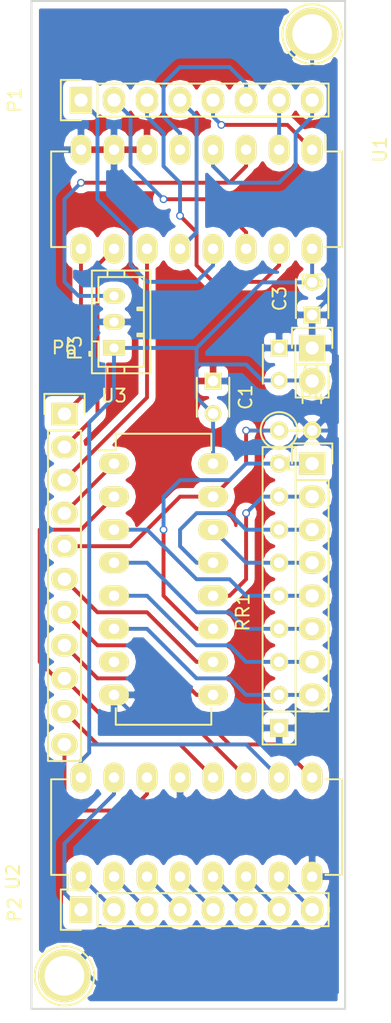
<source format=kicad_pcb>
(kicad_pcb (version 4) (host pcbnew 4.0.2+dfsg1-2~bpo8+1-stable)

  (general
    (links 68)
    (no_connects 0)
    (area 125.651667 85.947 156.105 166.379)
    (thickness 1.6)
    (drawings 5)
    (tracks 240)
    (zones 0)
    (modules 16)
    (nets 40)
  )

  (page A4)
  (title_block
    (title "Module Generic Top Board")
    (date 2017-06-30)
    (company "Alexandros Drymonitis")
  )

  (layers
    (0 F.Cu signal)
    (31 B.Cu signal)
    (32 B.Adhes user)
    (33 F.Adhes user)
    (34 B.Paste user)
    (35 F.Paste user)
    (36 B.SilkS user)
    (37 F.SilkS user)
    (38 B.Mask user)
    (39 F.Mask user)
    (40 Dwgs.User user)
    (41 Cmts.User user)
    (42 Eco1.User user)
    (43 Eco2.User user)
    (44 Edge.Cuts user)
    (45 Margin user)
    (46 B.CrtYd user)
    (47 F.CrtYd user)
    (48 B.Fab user)
    (49 F.Fab user)
  )

  (setup
    (last_trace_width 0.3)
    (trace_clearance 0.25)
    (zone_clearance 0.508)
    (zone_45_only yes)
    (trace_min 0.3)
    (segment_width 0.2)
    (edge_width 0.15)
    (via_size 0.7)
    (via_drill 0.6)
    (via_min_size 0.5)
    (via_min_drill 0.3)
    (uvia_size 0.3)
    (uvia_drill 0.1)
    (uvias_allowed no)
    (uvia_min_size 0.2)
    (uvia_min_drill 0.1)
    (pcb_text_width 0.3)
    (pcb_text_size 1.5 1.5)
    (mod_edge_width 0.15)
    (mod_text_size 1 1)
    (mod_text_width 0.15)
    (pad_size 1.524 1.524)
    (pad_drill 0.762)
    (pad_to_mask_clearance 0.2)
    (aux_axis_origin 0 0)
    (visible_elements FFFFFF7F)
    (pcbplotparams
      (layerselection 0x010f0_80000001)
      (usegerberextensions false)
      (excludeedgelayer true)
      (linewidth 0.050000)
      (plotframeref false)
      (viasonmask false)
      (mode 1)
      (useauxorigin false)
      (hpglpennumber 1)
      (hpglpenspeed 20)
      (hpglpendiameter 15)
      (hpglpenoverlay 2)
      (psnegative false)
      (psa4output false)
      (plotreference true)
      (plotvalue true)
      (plotinvisibletext false)
      (padsonsilk false)
      (subtractmaskfromsilk false)
      (outputformat 1)
      (mirror false)
      (drillshape 0)
      (scaleselection 1)
      (outputdirectory gerber_files/))
  )

  (net 0 "")
  (net 1 GND)
  (net 2 VCC)
  (net 3 /SH/LD)
  (net 4 /SRCLK)
  (net 5 /SHIFTIN_E)
  (net 6 /SHIFTIN_F)
  (net 7 /SHIFTIN_G)
  (net 8 /SHIFTIN_H)
  (net 9 /QH)
  (net 10 /SHIFTIN_SER)
  (net 11 /SHIFTIN_A)
  (net 12 /SHIFTIN_B)
  (net 13 /SHIFTIN_C)
  (net 14 /SHIFTIN_D)
  (net 15 /SHIFT_INH)
  (net 16 "Net-(P1-Pad1)")
  (net 17 "Net-(P1-Pad2)")
  (net 18 "Net-(P1-Pad3)")
  (net 19 "Net-(P1-Pad4)")
  (net 20 "Net-(P1-Pad5)")
  (net 21 "Net-(P1-Pad6)")
  (net 22 "Net-(P1-Pad7)")
  (net 23 "Net-(P1-Pad8)")
  (net 24 "Net-(P2-Pad1)")
  (net 25 "Net-(P2-Pad2)")
  (net 26 "Net-(P2-Pad3)")
  (net 27 "Net-(P2-Pad4)")
  (net 28 "Net-(P2-Pad5)")
  (net 29 "Net-(P2-Pad6)")
  (net 30 "Net-(P2-Pad7)")
  (net 31 "Net-(P2-Pad8)")
  (net 32 "Net-(P3-Pad3)")
  (net 33 /MUXC)
  (net 34 /MUXB)
  (net 35 /MUXA)
  (net 36 /QH/)
  (net 37 /RCLK)
  (net 38 /SHIFTOUT_SER)
  (net 39 "Net-(U3-Pad7)")

  (net_class Default "This is the default net class."
    (clearance 0.25)
    (trace_width 0.3)
    (via_dia 0.7)
    (via_drill 0.6)
    (uvia_dia 0.3)
    (uvia_drill 0.1)
    (add_net /MUXA)
    (add_net /MUXB)
    (add_net /MUXC)
    (add_net /QH)
    (add_net /QH/)
    (add_net /RCLK)
    (add_net /SH/LD)
    (add_net /SHIFTIN_A)
    (add_net /SHIFTIN_B)
    (add_net /SHIFTIN_C)
    (add_net /SHIFTIN_D)
    (add_net /SHIFTIN_E)
    (add_net /SHIFTIN_F)
    (add_net /SHIFTIN_G)
    (add_net /SHIFTIN_H)
    (add_net /SHIFTIN_SER)
    (add_net /SHIFTOUT_SER)
    (add_net /SHIFT_INH)
    (add_net /SRCLK)
    (add_net GND)
    (add_net "Net-(P1-Pad1)")
    (add_net "Net-(P1-Pad2)")
    (add_net "Net-(P1-Pad3)")
    (add_net "Net-(P1-Pad4)")
    (add_net "Net-(P1-Pad5)")
    (add_net "Net-(P1-Pad6)")
    (add_net "Net-(P1-Pad7)")
    (add_net "Net-(P1-Pad8)")
    (add_net "Net-(P2-Pad1)")
    (add_net "Net-(P2-Pad2)")
    (add_net "Net-(P2-Pad3)")
    (add_net "Net-(P2-Pad4)")
    (add_net "Net-(P2-Pad5)")
    (add_net "Net-(P2-Pad6)")
    (add_net "Net-(P2-Pad7)")
    (add_net "Net-(P2-Pad8)")
    (add_net "Net-(P3-Pad3)")
    (add_net "Net-(U3-Pad7)")
    (add_net VCC)
  )

  (module Capacitors_ThroughHole:C_Disc_D3_P2.5 (layer F.Cu) (tedit 0) (tstamp 5956B45D)
    (at 142.24 116.84 270)
    (descr "Capacitor 3mm Disc, Pitch 2.5mm")
    (tags Capacitor)
    (path /5944E57B)
    (fp_text reference C1 (at 1.25 -2.5 270) (layer F.SilkS)
      (effects (font (size 1 1) (thickness 0.15)))
    )
    (fp_text value 0.1uF (at 1.25 2.5 270) (layer F.Fab)
      (effects (font (size 1 1) (thickness 0.15)))
    )
    (fp_line (start -0.9 -1.5) (end 3.4 -1.5) (layer F.CrtYd) (width 0.05))
    (fp_line (start 3.4 -1.5) (end 3.4 1.5) (layer F.CrtYd) (width 0.05))
    (fp_line (start 3.4 1.5) (end -0.9 1.5) (layer F.CrtYd) (width 0.05))
    (fp_line (start -0.9 1.5) (end -0.9 -1.5) (layer F.CrtYd) (width 0.05))
    (fp_line (start -0.25 -1.25) (end 2.75 -1.25) (layer F.SilkS) (width 0.15))
    (fp_line (start 2.75 1.25) (end -0.25 1.25) (layer F.SilkS) (width 0.15))
    (pad 1 thru_hole rect (at 0 0 270) (size 1.3 1.3) (drill 0.8) (layers *.Cu *.Mask F.SilkS)
      (net 1 GND))
    (pad 2 thru_hole circle (at 2.5 0 270) (size 1.3 1.3) (drill 0.8001) (layers *.Cu *.Mask F.SilkS)
      (net 2 VCC))
    (model Capacitors_ThroughHole.3dshapes/C_Disc_D3_P2.5.wrl
      (at (xyz 0.0492126 0 0))
      (scale (xyz 1 1 1))
      (rotate (xyz 0 0 0))
    )
  )

  (module Capacitors_ThroughHole:C_Disc_D3_P2.5 (layer F.Cu) (tedit 0) (tstamp 5956B463)
    (at 147.32 114.3 270)
    (descr "Capacitor 3mm Disc, Pitch 2.5mm")
    (tags Capacitor)
    (path /5944E636)
    (fp_text reference C2 (at 1.25 -2.5 270) (layer F.SilkS)
      (effects (font (size 1 1) (thickness 0.15)))
    )
    (fp_text value 0.1uF (at 1.25 2.5 270) (layer F.Fab)
      (effects (font (size 1 1) (thickness 0.15)))
    )
    (fp_line (start -0.9 -1.5) (end 3.4 -1.5) (layer F.CrtYd) (width 0.05))
    (fp_line (start 3.4 -1.5) (end 3.4 1.5) (layer F.CrtYd) (width 0.05))
    (fp_line (start 3.4 1.5) (end -0.9 1.5) (layer F.CrtYd) (width 0.05))
    (fp_line (start -0.9 1.5) (end -0.9 -1.5) (layer F.CrtYd) (width 0.05))
    (fp_line (start -0.25 -1.25) (end 2.75 -1.25) (layer F.SilkS) (width 0.15))
    (fp_line (start 2.75 1.25) (end -0.25 1.25) (layer F.SilkS) (width 0.15))
    (pad 1 thru_hole rect (at 0 0 270) (size 1.3 1.3) (drill 0.8) (layers *.Cu *.Mask F.SilkS)
      (net 1 GND))
    (pad 2 thru_hole circle (at 2.5 0 270) (size 1.3 1.3) (drill 0.8001) (layers *.Cu *.Mask F.SilkS)
      (net 2 VCC))
    (model Capacitors_ThroughHole.3dshapes/C_Disc_D3_P2.5.wrl
      (at (xyz 0.0492126 0 0))
      (scale (xyz 1 1 1))
      (rotate (xyz 0 0 0))
    )
  )

  (module Capacitors_ThroughHole:C_Disc_D3_P2.5 (layer F.Cu) (tedit 0) (tstamp 5956B469)
    (at 149.86 111.76 90)
    (descr "Capacitor 3mm Disc, Pitch 2.5mm")
    (tags Capacitor)
    (path /5944E66C)
    (fp_text reference C3 (at 1.25 -2.5 90) (layer F.SilkS)
      (effects (font (size 1 1) (thickness 0.15)))
    )
    (fp_text value 0.1uF (at 1.25 2.5 90) (layer F.Fab)
      (effects (font (size 1 1) (thickness 0.15)))
    )
    (fp_line (start -0.9 -1.5) (end 3.4 -1.5) (layer F.CrtYd) (width 0.05))
    (fp_line (start 3.4 -1.5) (end 3.4 1.5) (layer F.CrtYd) (width 0.05))
    (fp_line (start 3.4 1.5) (end -0.9 1.5) (layer F.CrtYd) (width 0.05))
    (fp_line (start -0.9 1.5) (end -0.9 -1.5) (layer F.CrtYd) (width 0.05))
    (fp_line (start -0.25 -1.25) (end 2.75 -1.25) (layer F.SilkS) (width 0.15))
    (fp_line (start 2.75 1.25) (end -0.25 1.25) (layer F.SilkS) (width 0.15))
    (pad 1 thru_hole rect (at 0 0 90) (size 1.3 1.3) (drill 0.8) (layers *.Cu *.Mask F.SilkS)
      (net 1 GND))
    (pad 2 thru_hole circle (at 2.5 0 90) (size 1.3 1.3) (drill 0.8001) (layers *.Cu *.Mask F.SilkS)
      (net 2 VCC))
    (model Capacitors_ThroughHole.3dshapes/C_Disc_D3_P2.5.wrl
      (at (xyz 0.0492126 0 0))
      (scale (xyz 1 1 1))
      (rotate (xyz 0 0 0))
    )
  )

  (module Pin_Headers:Pin_Header_Straight_1x08 (layer F.Cu) (tedit 0) (tstamp 5956B489)
    (at 132.08 95.25 90)
    (descr "Through hole pin header")
    (tags "pin header")
    (path /59569E20)
    (fp_text reference P1 (at 0 -5.1 90) (layer F.SilkS)
      (effects (font (size 1 1) (thickness 0.15)))
    )
    (fp_text value CONN_01X08 (at 0 -3.1 90) (layer F.Fab)
      (effects (font (size 1 1) (thickness 0.15)))
    )
    (fp_line (start -1.75 -1.75) (end -1.75 19.55) (layer F.CrtYd) (width 0.05))
    (fp_line (start 1.75 -1.75) (end 1.75 19.55) (layer F.CrtYd) (width 0.05))
    (fp_line (start -1.75 -1.75) (end 1.75 -1.75) (layer F.CrtYd) (width 0.05))
    (fp_line (start -1.75 19.55) (end 1.75 19.55) (layer F.CrtYd) (width 0.05))
    (fp_line (start 1.27 1.27) (end 1.27 19.05) (layer F.SilkS) (width 0.15))
    (fp_line (start 1.27 19.05) (end -1.27 19.05) (layer F.SilkS) (width 0.15))
    (fp_line (start -1.27 19.05) (end -1.27 1.27) (layer F.SilkS) (width 0.15))
    (fp_line (start 1.55 -1.55) (end 1.55 0) (layer F.SilkS) (width 0.15))
    (fp_line (start 1.27 1.27) (end -1.27 1.27) (layer F.SilkS) (width 0.15))
    (fp_line (start -1.55 0) (end -1.55 -1.55) (layer F.SilkS) (width 0.15))
    (fp_line (start -1.55 -1.55) (end 1.55 -1.55) (layer F.SilkS) (width 0.15))
    (pad 1 thru_hole rect (at 0 0 90) (size 2.032 1.7272) (drill 1.016) (layers *.Cu *.Mask F.SilkS)
      (net 16 "Net-(P1-Pad1)"))
    (pad 2 thru_hole oval (at 0 2.54 90) (size 2.032 1.7272) (drill 1.016) (layers *.Cu *.Mask F.SilkS)
      (net 17 "Net-(P1-Pad2)"))
    (pad 3 thru_hole oval (at 0 5.08 90) (size 2.032 1.7272) (drill 1.016) (layers *.Cu *.Mask F.SilkS)
      (net 18 "Net-(P1-Pad3)"))
    (pad 4 thru_hole oval (at 0 7.62 90) (size 2.032 1.7272) (drill 1.016) (layers *.Cu *.Mask F.SilkS)
      (net 19 "Net-(P1-Pad4)"))
    (pad 5 thru_hole oval (at 0 10.16 90) (size 2.032 1.7272) (drill 1.016) (layers *.Cu *.Mask F.SilkS)
      (net 20 "Net-(P1-Pad5)"))
    (pad 6 thru_hole oval (at 0 12.7 90) (size 2.032 1.7272) (drill 1.016) (layers *.Cu *.Mask F.SilkS)
      (net 21 "Net-(P1-Pad6)"))
    (pad 7 thru_hole oval (at 0 15.24 90) (size 2.032 1.7272) (drill 1.016) (layers *.Cu *.Mask F.SilkS)
      (net 22 "Net-(P1-Pad7)"))
    (pad 8 thru_hole oval (at 0 17.78 90) (size 2.032 1.7272) (drill 1.016) (layers *.Cu *.Mask F.SilkS)
      (net 23 "Net-(P1-Pad8)"))
    (model Pin_Headers.3dshapes/Pin_Header_Straight_1x08.wrl
      (at (xyz 0 -0.35 0))
      (scale (xyz 1 1 1))
      (rotate (xyz 0 0 90))
    )
  )

  (module Pin_Headers:Pin_Header_Straight_1x08 (layer F.Cu) (tedit 0) (tstamp 5956B495)
    (at 132.08 157.48 90)
    (descr "Through hole pin header")
    (tags "pin header")
    (path /59569CD7)
    (fp_text reference P2 (at 0 -5.1 90) (layer F.SilkS)
      (effects (font (size 1 1) (thickness 0.15)))
    )
    (fp_text value CONN_01X08 (at 0 -3.1 90) (layer F.Fab)
      (effects (font (size 1 1) (thickness 0.15)))
    )
    (fp_line (start -1.75 -1.75) (end -1.75 19.55) (layer F.CrtYd) (width 0.05))
    (fp_line (start 1.75 -1.75) (end 1.75 19.55) (layer F.CrtYd) (width 0.05))
    (fp_line (start -1.75 -1.75) (end 1.75 -1.75) (layer F.CrtYd) (width 0.05))
    (fp_line (start -1.75 19.55) (end 1.75 19.55) (layer F.CrtYd) (width 0.05))
    (fp_line (start 1.27 1.27) (end 1.27 19.05) (layer F.SilkS) (width 0.15))
    (fp_line (start 1.27 19.05) (end -1.27 19.05) (layer F.SilkS) (width 0.15))
    (fp_line (start -1.27 19.05) (end -1.27 1.27) (layer F.SilkS) (width 0.15))
    (fp_line (start 1.55 -1.55) (end 1.55 0) (layer F.SilkS) (width 0.15))
    (fp_line (start 1.27 1.27) (end -1.27 1.27) (layer F.SilkS) (width 0.15))
    (fp_line (start -1.55 0) (end -1.55 -1.55) (layer F.SilkS) (width 0.15))
    (fp_line (start -1.55 -1.55) (end 1.55 -1.55) (layer F.SilkS) (width 0.15))
    (pad 1 thru_hole rect (at 0 0 90) (size 2.032 1.7272) (drill 1.016) (layers *.Cu *.Mask F.SilkS)
      (net 24 "Net-(P2-Pad1)"))
    (pad 2 thru_hole oval (at 0 2.54 90) (size 2.032 1.7272) (drill 1.016) (layers *.Cu *.Mask F.SilkS)
      (net 25 "Net-(P2-Pad2)"))
    (pad 3 thru_hole oval (at 0 5.08 90) (size 2.032 1.7272) (drill 1.016) (layers *.Cu *.Mask F.SilkS)
      (net 26 "Net-(P2-Pad3)"))
    (pad 4 thru_hole oval (at 0 7.62 90) (size 2.032 1.7272) (drill 1.016) (layers *.Cu *.Mask F.SilkS)
      (net 27 "Net-(P2-Pad4)"))
    (pad 5 thru_hole oval (at 0 10.16 90) (size 2.032 1.7272) (drill 1.016) (layers *.Cu *.Mask F.SilkS)
      (net 28 "Net-(P2-Pad5)"))
    (pad 6 thru_hole oval (at 0 12.7 90) (size 2.032 1.7272) (drill 1.016) (layers *.Cu *.Mask F.SilkS)
      (net 29 "Net-(P2-Pad6)"))
    (pad 7 thru_hole oval (at 0 15.24 90) (size 2.032 1.7272) (drill 1.016) (layers *.Cu *.Mask F.SilkS)
      (net 30 "Net-(P2-Pad7)"))
    (pad 8 thru_hole oval (at 0 17.78 90) (size 2.032 1.7272) (drill 1.016) (layers *.Cu *.Mask F.SilkS)
      (net 31 "Net-(P2-Pad8)"))
    (model Pin_Headers.3dshapes/Pin_Header_Straight_1x08.wrl
      (at (xyz 0 -0.35 0))
      (scale (xyz 1 1 1))
      (rotate (xyz 0 0 90))
    )
  )

  (module Connectors_JST_PH:Connectors_JST_B3B-PH-K (layer F.Cu) (tedit 55F6C32A) (tstamp 5956B49C)
    (at 134.62 114.3 90)
    (descr "JST PH series connector, B3B-PH-K")
    (tags "connector jst ph")
    (path /5956C3CF)
    (fp_text reference P3 (at 0 -3 90) (layer F.SilkS)
      (effects (font (size 1 1) (thickness 0.15)))
    )
    (fp_text value CONN_01X03 (at 2 4 90) (layer F.Fab)
      (effects (font (size 1 1) (thickness 0.15)))
    )
    (fp_line (start -1.95 2.8) (end -1.95 -1.7) (layer F.SilkS) (width 0.15))
    (fp_line (start -1.95 -1.7) (end 5.95 -1.7) (layer F.SilkS) (width 0.15))
    (fp_line (start 5.95 -1.7) (end 5.95 2.8) (layer F.SilkS) (width 0.15))
    (fp_line (start 5.95 2.8) (end -1.95 2.8) (layer F.SilkS) (width 0.15))
    (fp_line (start 0.5 -1.7) (end 0.5 -1.2) (layer F.SilkS) (width 0.15))
    (fp_line (start 0.5 -1.2) (end -1.45 -1.2) (layer F.SilkS) (width 0.15))
    (fp_line (start -1.45 -1.2) (end -1.45 2.3) (layer F.SilkS) (width 0.15))
    (fp_line (start -1.45 2.3) (end 5.45 2.3) (layer F.SilkS) (width 0.15))
    (fp_line (start 5.45 2.3) (end 5.45 -1.2) (layer F.SilkS) (width 0.15))
    (fp_line (start 5.45 -1.2) (end 3.5 -1.2) (layer F.SilkS) (width 0.15))
    (fp_line (start 3.5 -1.2) (end 3.5 -1.7) (layer F.SilkS) (width 0.15))
    (fp_line (start -1.95 -0.5) (end -1.45 -0.5) (layer F.SilkS) (width 0.15))
    (fp_line (start -1.95 0.8) (end -1.45 0.8) (layer F.SilkS) (width 0.15))
    (fp_line (start 5.45 -0.5) (end 5.95 -0.5) (layer F.SilkS) (width 0.15))
    (fp_line (start 5.45 0.8) (end 5.95 0.8) (layer F.SilkS) (width 0.15))
    (fp_line (start -0.3 -1.7) (end -0.3 -1.9) (layer F.SilkS) (width 0.15))
    (fp_line (start -0.3 -1.9) (end -0.6 -1.9) (layer F.SilkS) (width 0.15))
    (fp_line (start -0.6 -1.9) (end -0.6 -1.7) (layer F.SilkS) (width 0.15))
    (fp_line (start -0.3 -1.8) (end -0.6 -1.8) (layer F.SilkS) (width 0.15))
    (fp_line (start 0.9 2.3) (end 0.9 1.8) (layer F.SilkS) (width 0.15))
    (fp_line (start 0.9 1.8) (end 1.1 1.8) (layer F.SilkS) (width 0.15))
    (fp_line (start 1.1 1.8) (end 1.1 2.3) (layer F.SilkS) (width 0.15))
    (fp_line (start 1 2.3) (end 1 1.8) (layer F.SilkS) (width 0.15))
    (fp_line (start 2.9 2.3) (end 2.9 1.8) (layer F.SilkS) (width 0.15))
    (fp_line (start 2.9 1.8) (end 3.1 1.8) (layer F.SilkS) (width 0.15))
    (fp_line (start 3.1 1.8) (end 3.1 2.3) (layer F.SilkS) (width 0.15))
    (fp_line (start 3 2.3) (end 3 1.8) (layer F.SilkS) (width 0.15))
    (fp_line (start -2.45 3.3) (end -2.45 -2.2) (layer F.CrtYd) (width 0.05))
    (fp_line (start -2.45 -2.2) (end 6.45 -2.2) (layer F.CrtYd) (width 0.05))
    (fp_line (start 6.45 -2.2) (end 6.45 3.3) (layer F.CrtYd) (width 0.05))
    (fp_line (start 6.45 3.3) (end -2.45 3.3) (layer F.CrtYd) (width 0.05))
    (pad 1 thru_hole rect (at 0 0 90) (size 1.2 1.7) (drill 0.7) (layers *.Cu *.Mask F.SilkS)
      (net 2 VCC))
    (pad 2 thru_hole oval (at 2 0 90) (size 1.2 1.7) (drill 0.7) (layers *.Cu *.Mask F.SilkS)
      (net 1 GND))
    (pad 3 thru_hole oval (at 4 0 90) (size 1.2 1.7) (drill 0.7) (layers *.Cu *.Mask F.SilkS)
      (net 32 "Net-(P3-Pad3)"))
  )

  (module Pin_Headers:Pin_Header_Straight_1x08 (layer F.Cu) (tedit 0) (tstamp 5956B4A8)
    (at 149.86 123.19)
    (descr "Through hole pin header")
    (tags "pin header")
    (path /5956A796)
    (fp_text reference P4 (at 0 -5.1) (layer F.SilkS)
      (effects (font (size 1 1) (thickness 0.15)))
    )
    (fp_text value CONN_01X08 (at 0 -3.1) (layer F.Fab)
      (effects (font (size 1 1) (thickness 0.15)))
    )
    (fp_line (start -1.75 -1.75) (end -1.75 19.55) (layer F.CrtYd) (width 0.05))
    (fp_line (start 1.75 -1.75) (end 1.75 19.55) (layer F.CrtYd) (width 0.05))
    (fp_line (start -1.75 -1.75) (end 1.75 -1.75) (layer F.CrtYd) (width 0.05))
    (fp_line (start -1.75 19.55) (end 1.75 19.55) (layer F.CrtYd) (width 0.05))
    (fp_line (start 1.27 1.27) (end 1.27 19.05) (layer F.SilkS) (width 0.15))
    (fp_line (start 1.27 19.05) (end -1.27 19.05) (layer F.SilkS) (width 0.15))
    (fp_line (start -1.27 19.05) (end -1.27 1.27) (layer F.SilkS) (width 0.15))
    (fp_line (start 1.55 -1.55) (end 1.55 0) (layer F.SilkS) (width 0.15))
    (fp_line (start 1.27 1.27) (end -1.27 1.27) (layer F.SilkS) (width 0.15))
    (fp_line (start -1.55 0) (end -1.55 -1.55) (layer F.SilkS) (width 0.15))
    (fp_line (start -1.55 -1.55) (end 1.55 -1.55) (layer F.SilkS) (width 0.15))
    (pad 1 thru_hole rect (at 0 0) (size 2.032 1.7272) (drill 1.016) (layers *.Cu *.Mask F.SilkS)
      (net 11 /SHIFTIN_A))
    (pad 2 thru_hole oval (at 0 2.54) (size 2.032 1.7272) (drill 1.016) (layers *.Cu *.Mask F.SilkS)
      (net 12 /SHIFTIN_B))
    (pad 3 thru_hole oval (at 0 5.08) (size 2.032 1.7272) (drill 1.016) (layers *.Cu *.Mask F.SilkS)
      (net 13 /SHIFTIN_C))
    (pad 4 thru_hole oval (at 0 7.62) (size 2.032 1.7272) (drill 1.016) (layers *.Cu *.Mask F.SilkS)
      (net 14 /SHIFTIN_D))
    (pad 5 thru_hole oval (at 0 10.16) (size 2.032 1.7272) (drill 1.016) (layers *.Cu *.Mask F.SilkS)
      (net 5 /SHIFTIN_E))
    (pad 6 thru_hole oval (at 0 12.7) (size 2.032 1.7272) (drill 1.016) (layers *.Cu *.Mask F.SilkS)
      (net 6 /SHIFTIN_F))
    (pad 7 thru_hole oval (at 0 15.24) (size 2.032 1.7272) (drill 1.016) (layers *.Cu *.Mask F.SilkS)
      (net 7 /SHIFTIN_G))
    (pad 8 thru_hole oval (at 0 17.78) (size 2.032 1.7272) (drill 1.016) (layers *.Cu *.Mask F.SilkS)
      (net 8 /SHIFTIN_H))
    (model Pin_Headers.3dshapes/Pin_Header_Straight_1x08.wrl
      (at (xyz 0 -0.35 0))
      (scale (xyz 1 1 1))
      (rotate (xyz 0 0 90))
    )
  )

  (module Pin_Headers:Pin_Header_Straight_1x02 (layer F.Cu) (tedit 54EA090C) (tstamp 5956B4AE)
    (at 149.86 114.3)
    (descr "Through hole pin header")
    (tags "pin header")
    (path /5956AF43)
    (fp_text reference P5 (at 0 -5.1) (layer F.SilkS)
      (effects (font (size 1 1) (thickness 0.15)))
    )
    (fp_text value CONN_01X02 (at 0 -3.1) (layer F.Fab)
      (effects (font (size 1 1) (thickness 0.15)))
    )
    (fp_line (start 1.27 1.27) (end 1.27 3.81) (layer F.SilkS) (width 0.15))
    (fp_line (start 1.55 -1.55) (end 1.55 0) (layer F.SilkS) (width 0.15))
    (fp_line (start -1.75 -1.75) (end -1.75 4.3) (layer F.CrtYd) (width 0.05))
    (fp_line (start 1.75 -1.75) (end 1.75 4.3) (layer F.CrtYd) (width 0.05))
    (fp_line (start -1.75 -1.75) (end 1.75 -1.75) (layer F.CrtYd) (width 0.05))
    (fp_line (start -1.75 4.3) (end 1.75 4.3) (layer F.CrtYd) (width 0.05))
    (fp_line (start 1.27 1.27) (end -1.27 1.27) (layer F.SilkS) (width 0.15))
    (fp_line (start -1.55 0) (end -1.55 -1.55) (layer F.SilkS) (width 0.15))
    (fp_line (start -1.55 -1.55) (end 1.55 -1.55) (layer F.SilkS) (width 0.15))
    (fp_line (start -1.27 1.27) (end -1.27 3.81) (layer F.SilkS) (width 0.15))
    (fp_line (start -1.27 3.81) (end 1.27 3.81) (layer F.SilkS) (width 0.15))
    (pad 1 thru_hole rect (at 0 0) (size 2.032 2.032) (drill 1.016) (layers *.Cu *.Mask F.SilkS)
      (net 1 GND))
    (pad 2 thru_hole oval (at 0 2.54) (size 2.032 2.032) (drill 1.016) (layers *.Cu *.Mask F.SilkS)
      (net 2 VCC))
    (model Pin_Headers.3dshapes/Pin_Header_Straight_1x02.wrl
      (at (xyz 0 -0.05 0))
      (scale (xyz 1 1 1))
      (rotate (xyz 0 0 90))
    )
  )

  (module Pin_Headers:Pin_Header_Straight_1x11 (layer F.Cu) (tedit 0) (tstamp 5956B4BD)
    (at 130.81 119.38)
    (descr "Through hole pin header")
    (tags "pin header")
    (path /5956B273)
    (fp_text reference P6 (at 0 -5.1) (layer F.SilkS)
      (effects (font (size 1 1) (thickness 0.15)))
    )
    (fp_text value CONN_01X11 (at 0 -3.1) (layer F.Fab)
      (effects (font (size 1 1) (thickness 0.15)))
    )
    (fp_line (start -1.75 -1.75) (end -1.75 27.15) (layer F.CrtYd) (width 0.05))
    (fp_line (start 1.75 -1.75) (end 1.75 27.15) (layer F.CrtYd) (width 0.05))
    (fp_line (start -1.75 -1.75) (end 1.75 -1.75) (layer F.CrtYd) (width 0.05))
    (fp_line (start -1.75 27.15) (end 1.75 27.15) (layer F.CrtYd) (width 0.05))
    (fp_line (start 1.27 1.27) (end 1.27 26.67) (layer F.SilkS) (width 0.15))
    (fp_line (start 1.27 26.67) (end -1.27 26.67) (layer F.SilkS) (width 0.15))
    (fp_line (start -1.27 26.67) (end -1.27 1.27) (layer F.SilkS) (width 0.15))
    (fp_line (start 1.55 -1.55) (end 1.55 0) (layer F.SilkS) (width 0.15))
    (fp_line (start 1.27 1.27) (end -1.27 1.27) (layer F.SilkS) (width 0.15))
    (fp_line (start -1.55 0) (end -1.55 -1.55) (layer F.SilkS) (width 0.15))
    (fp_line (start -1.55 -1.55) (end 1.55 -1.55) (layer F.SilkS) (width 0.15))
    (pad 1 thru_hole rect (at 0 0) (size 2.032 1.7272) (drill 1.016) (layers *.Cu *.Mask F.SilkS)
      (net 33 /MUXC))
    (pad 2 thru_hole oval (at 0 2.54) (size 2.032 1.7272) (drill 1.016) (layers *.Cu *.Mask F.SilkS)
      (net 34 /MUXB))
    (pad 3 thru_hole oval (at 0 5.08) (size 2.032 1.7272) (drill 1.016) (layers *.Cu *.Mask F.SilkS)
      (net 35 /MUXA))
    (pad 4 thru_hole oval (at 0 7.62) (size 2.032 1.7272) (drill 1.016) (layers *.Cu *.Mask F.SilkS)
      (net 3 /SH/LD))
    (pad 5 thru_hole oval (at 0 10.16) (size 2.032 1.7272) (drill 1.016) (layers *.Cu *.Mask F.SilkS)
      (net 15 /SHIFT_INH))
    (pad 6 thru_hole oval (at 0 12.7) (size 2.032 1.7272) (drill 1.016) (layers *.Cu *.Mask F.SilkS)
      (net 10 /SHIFTIN_SER))
    (pad 7 thru_hole oval (at 0 15.24) (size 2.032 1.7272) (drill 1.016) (layers *.Cu *.Mask F.SilkS)
      (net 9 /QH))
    (pad 8 thru_hole oval (at 0 17.78) (size 2.032 1.7272) (drill 1.016) (layers *.Cu *.Mask F.SilkS)
      (net 36 /QH/))
    (pad 9 thru_hole oval (at 0 20.32) (size 2.032 1.7272) (drill 1.016) (layers *.Cu *.Mask F.SilkS)
      (net 4 /SRCLK))
    (pad 10 thru_hole oval (at 0 22.86) (size 2.032 1.7272) (drill 1.016) (layers *.Cu *.Mask F.SilkS)
      (net 37 /RCLK))
    (pad 11 thru_hole oval (at 0 25.4) (size 2.032 1.7272) (drill 1.016) (layers *.Cu *.Mask F.SilkS)
      (net 38 /SHIFTOUT_SER))
    (model Pin_Headers.3dshapes/Pin_Header_Straight_1x11.wrl
      (at (xyz 0 -0.5 0))
      (scale (xyz 1 1 1))
      (rotate (xyz 0 0 90))
    )
  )

  (module Resistors_ThroughHole:Resistor_Array_SIP8 (layer F.Cu) (tedit 0) (tstamp 5956B4D4)
    (at 147.32 133.35 90)
    (descr "8 R pack")
    (tags R)
    (path /5944E7C4)
    (fp_text reference RR1 (at -1.27 -2.794 90) (layer F.SilkS)
      (effects (font (size 1 1) (thickness 0.15)))
    )
    (fp_text value RR8 (at 0 2.032 90) (layer F.Fab)
      (effects (font (size 1 1) (thickness 0.15)))
    )
    (fp_line (start 11.43 -1.27) (end 11.43 1.27) (layer F.SilkS) (width 0.15))
    (fp_line (start 11.43 1.27) (end -11.43 1.27) (layer F.SilkS) (width 0.15))
    (fp_line (start -11.43 1.27) (end -11.43 -1.27) (layer F.SilkS) (width 0.15))
    (fp_line (start 11.43 -1.27) (end -11.43 -1.27) (layer F.SilkS) (width 0.15))
    (fp_line (start -8.89 -1.27) (end -8.89 1.27) (layer F.SilkS) (width 0.15))
    (pad 1 thru_hole rect (at -10.16 0 90) (size 1.397 1.397) (drill 0.8128) (layers *.Cu *.Mask F.SilkS)
      (net 1 GND))
    (pad 2 thru_hole circle (at -7.62 0 90) (size 1.397 1.397) (drill 0.8128) (layers *.Cu *.Mask F.SilkS)
      (net 8 /SHIFTIN_H))
    (pad 3 thru_hole circle (at -5.08 0 90) (size 1.397 1.397) (drill 0.8128) (layers *.Cu *.Mask F.SilkS)
      (net 7 /SHIFTIN_G))
    (pad 4 thru_hole circle (at -2.54 0 90) (size 1.397 1.397) (drill 0.8128) (layers *.Cu *.Mask F.SilkS)
      (net 6 /SHIFTIN_F))
    (pad 5 thru_hole circle (at 0 0 90) (size 1.397 1.397) (drill 0.8128) (layers *.Cu *.Mask F.SilkS)
      (net 5 /SHIFTIN_E))
    (pad 6 thru_hole circle (at 2.54 0 90) (size 1.397 1.397) (drill 0.8128) (layers *.Cu *.Mask F.SilkS)
      (net 14 /SHIFTIN_D))
    (pad 7 thru_hole circle (at 5.08 0 90) (size 1.397 1.397) (drill 0.8128) (layers *.Cu *.Mask F.SilkS)
      (net 13 /SHIFTIN_C))
    (pad 8 thru_hole circle (at 7.62 0 90) (size 1.397 1.397) (drill 0.8128) (layers *.Cu *.Mask F.SilkS)
      (net 12 /SHIFTIN_B))
    (pad 9 thru_hole circle (at 10.16 0 90) (size 1.397 1.397) (drill 0.8128) (layers *.Cu *.Mask F.SilkS)
      (net 11 /SHIFTIN_A))
    (model Resistors_ThroughHole.3dshapes/Resistor_Array_SIP8.wrl
      (at (xyz 0 0 0))
      (scale (xyz 1 1 1))
      (rotate (xyz 0 0 0))
    )
  )

  (module Discret:R1 (layer F.Cu) (tedit 0) (tstamp 59577ABB)
    (at 148.59 120.65)
    (descr "Resistance verticale")
    (tags R)
    (path /5957EA2F)
    (fp_text reference R1 (at -1.016 2.54) (layer F.SilkS)
      (effects (font (size 1 1) (thickness 0.15)))
    )
    (fp_text value 10K (at -1.143 2.54) (layer F.Fab)
      (effects (font (size 1 1) (thickness 0.15)))
    )
    (fp_line (start -1.27 0) (end 1.27 0) (layer F.SilkS) (width 0.15))
    (fp_circle (center -1.27 0) (end -0.635 1.27) (layer F.SilkS) (width 0.15))
    (pad 1 thru_hole circle (at -1.27 0) (size 1.397 1.397) (drill 0.8128) (layers *.Cu *.Mask F.SilkS)
      (net 15 /SHIFT_INH))
    (pad 2 thru_hole circle (at 1.27 0) (size 1.397 1.397) (drill 0.8128) (layers *.Cu *.Mask F.SilkS)
      (net 1 GND))
    (model Discret.3dshapes/R1.wrl
      (at (xyz 0 0 0))
      (scale (xyz 1 1 1))
      (rotate (xyz 0 0 0))
    )
  )

  (module drillhole:hole (layer F.Cu) (tedit 5957842A) (tstamp 59666680)
    (at 149.86 90.17)
    (descr "module 1 pin (ou trou mecanique de percage)")
    (tags DEV)
    (path /5963C4C5)
    (fp_text reference P7 (at 0 -3.048) (layer F.SilkS) hide
      (effects (font (size 1 1) (thickness 0.15)))
    )
    (fp_text value CONN_01X01 (at 0 2.794) (layer F.Fab)
      (effects (font (size 1 1) (thickness 0.15)))
    )
    (fp_circle (center 0 0) (end 0 -2.286) (layer F.SilkS) (width 0.15))
    (pad 1 thru_hole circle (at 0 0) (size 4.064 4.064) (drill 3.048) (layers *.Cu *.Mask F.SilkS)
      (net 1 GND))
  )

  (module drillhole:hole (layer F.Cu) (tedit 5957842A) (tstamp 59666684)
    (at 130.81 162.56)
    (descr "module 1 pin (ou trou mecanique de percage)")
    (tags DEV)
    (path /5963C5A1)
    (fp_text reference P8 (at 0 -3.048) (layer F.SilkS) hide
      (effects (font (size 1 1) (thickness 0.15)))
    )
    (fp_text value CONN_01X01 (at 0 2.794) (layer F.Fab)
      (effects (font (size 1 1) (thickness 0.15)))
    )
    (fp_circle (center 0 0) (end 0 -2.286) (layer F.SilkS) (width 0.15))
    (pad 1 thru_hole circle (at 0 0) (size 4.064 4.064) (drill 3.048) (layers *.Cu *.Mask F.SilkS)
      (net 1 GND))
  )

  (module Housings_DIP:DIP-16_W7.62mm_LongPads (layer F.Cu) (tedit 54130A77) (tstamp 5967EB9A)
    (at 149.86 99.06 270)
    (descr "16-lead dip package, row spacing 7.62 mm (300 mils), longer pads")
    (tags "dil dip 2.54 300")
    (path /5957E642)
    (fp_text reference U1 (at 0 -5.22 270) (layer F.SilkS)
      (effects (font (size 1 1) (thickness 0.15)))
    )
    (fp_text value 4051 (at 0 -3.72 270) (layer F.Fab)
      (effects (font (size 1 1) (thickness 0.15)))
    )
    (fp_line (start -1.4 -2.45) (end -1.4 20.25) (layer F.CrtYd) (width 0.05))
    (fp_line (start 9 -2.45) (end 9 20.25) (layer F.CrtYd) (width 0.05))
    (fp_line (start -1.4 -2.45) (end 9 -2.45) (layer F.CrtYd) (width 0.05))
    (fp_line (start -1.4 20.25) (end 9 20.25) (layer F.CrtYd) (width 0.05))
    (fp_line (start 0.135 -2.295) (end 0.135 -1.025) (layer F.SilkS) (width 0.15))
    (fp_line (start 7.485 -2.295) (end 7.485 -1.025) (layer F.SilkS) (width 0.15))
    (fp_line (start 7.485 20.075) (end 7.485 18.805) (layer F.SilkS) (width 0.15))
    (fp_line (start 0.135 20.075) (end 0.135 18.805) (layer F.SilkS) (width 0.15))
    (fp_line (start 0.135 -2.295) (end 7.485 -2.295) (layer F.SilkS) (width 0.15))
    (fp_line (start 0.135 20.075) (end 7.485 20.075) (layer F.SilkS) (width 0.15))
    (fp_line (start 0.135 -1.025) (end -1.15 -1.025) (layer F.SilkS) (width 0.15))
    (pad 1 thru_hole oval (at 0 0 270) (size 2.3 1.6) (drill 0.8) (layers *.Cu *.Mask F.SilkS)
      (net 20 "Net-(P1-Pad5)"))
    (pad 2 thru_hole oval (at 0 2.54 270) (size 2.3 1.6) (drill 0.8) (layers *.Cu *.Mask F.SilkS)
      (net 22 "Net-(P1-Pad7)"))
    (pad 3 thru_hole oval (at 0 5.08 270) (size 2.3 1.6) (drill 0.8) (layers *.Cu *.Mask F.SilkS)
      (net 32 "Net-(P3-Pad3)"))
    (pad 4 thru_hole oval (at 0 7.62 270) (size 2.3 1.6) (drill 0.8) (layers *.Cu *.Mask F.SilkS)
      (net 23 "Net-(P1-Pad8)"))
    (pad 5 thru_hole oval (at 0 10.16 270) (size 2.3 1.6) (drill 0.8) (layers *.Cu *.Mask F.SilkS)
      (net 21 "Net-(P1-Pad6)"))
    (pad 6 thru_hole oval (at 0 12.7 270) (size 2.3 1.6) (drill 0.8) (layers *.Cu *.Mask F.SilkS)
      (net 1 GND))
    (pad 7 thru_hole oval (at 0 15.24 270) (size 2.3 1.6) (drill 0.8) (layers *.Cu *.Mask F.SilkS)
      (net 1 GND))
    (pad 8 thru_hole oval (at 0 17.78 270) (size 2.3 1.6) (drill 0.8) (layers *.Cu *.Mask F.SilkS)
      (net 1 GND))
    (pad 9 thru_hole oval (at 7.62 17.78 270) (size 2.3 1.6) (drill 0.8) (layers *.Cu *.Mask F.SilkS)
      (net 33 /MUXC))
    (pad 10 thru_hole oval (at 7.62 15.24 270) (size 2.3 1.6) (drill 0.8) (layers *.Cu *.Mask F.SilkS)
      (net 34 /MUXB))
    (pad 11 thru_hole oval (at 7.62 12.7 270) (size 2.3 1.6) (drill 0.8) (layers *.Cu *.Mask F.SilkS)
      (net 35 /MUXA))
    (pad 12 thru_hole oval (at 7.62 10.16 270) (size 2.3 1.6) (drill 0.8) (layers *.Cu *.Mask F.SilkS)
      (net 19 "Net-(P1-Pad4)"))
    (pad 13 thru_hole oval (at 7.62 7.62 270) (size 2.3 1.6) (drill 0.8) (layers *.Cu *.Mask F.SilkS)
      (net 16 "Net-(P1-Pad1)"))
    (pad 14 thru_hole oval (at 7.62 5.08 270) (size 2.3 1.6) (drill 0.8) (layers *.Cu *.Mask F.SilkS)
      (net 17 "Net-(P1-Pad2)"))
    (pad 15 thru_hole oval (at 7.62 2.54 270) (size 2.3 1.6) (drill 0.8) (layers *.Cu *.Mask F.SilkS)
      (net 18 "Net-(P1-Pad3)"))
    (pad 16 thru_hole oval (at 7.62 0 270) (size 2.3 1.6) (drill 0.8) (layers *.Cu *.Mask F.SilkS)
      (net 2 VCC))
    (model Housings_DIP.3dshapes/DIP-16_W7.62mm_LongPads.wrl
      (at (xyz 0 0 0))
      (scale (xyz 1 1 1))
      (rotate (xyz 0 0 0))
    )
  )

  (module Housings_DIP:DIP-16_W7.62mm_LongPads (layer F.Cu) (tedit 54130A77) (tstamp 5967EBAD)
    (at 132.08 154.94 90)
    (descr "16-lead dip package, row spacing 7.62 mm (300 mils), longer pads")
    (tags "dil dip 2.54 300")
    (path /5957D6F2)
    (fp_text reference U2 (at 0 -5.22 90) (layer F.SilkS)
      (effects (font (size 1 1) (thickness 0.15)))
    )
    (fp_text value 74HC595 (at 0 -3.72 90) (layer F.Fab)
      (effects (font (size 1 1) (thickness 0.15)))
    )
    (fp_line (start -1.4 -2.45) (end -1.4 20.25) (layer F.CrtYd) (width 0.05))
    (fp_line (start 9 -2.45) (end 9 20.25) (layer F.CrtYd) (width 0.05))
    (fp_line (start -1.4 -2.45) (end 9 -2.45) (layer F.CrtYd) (width 0.05))
    (fp_line (start -1.4 20.25) (end 9 20.25) (layer F.CrtYd) (width 0.05))
    (fp_line (start 0.135 -2.295) (end 0.135 -1.025) (layer F.SilkS) (width 0.15))
    (fp_line (start 7.485 -2.295) (end 7.485 -1.025) (layer F.SilkS) (width 0.15))
    (fp_line (start 7.485 20.075) (end 7.485 18.805) (layer F.SilkS) (width 0.15))
    (fp_line (start 0.135 20.075) (end 0.135 18.805) (layer F.SilkS) (width 0.15))
    (fp_line (start 0.135 -2.295) (end 7.485 -2.295) (layer F.SilkS) (width 0.15))
    (fp_line (start 0.135 20.075) (end 7.485 20.075) (layer F.SilkS) (width 0.15))
    (fp_line (start 0.135 -1.025) (end -1.15 -1.025) (layer F.SilkS) (width 0.15))
    (pad 1 thru_hole oval (at 0 0 90) (size 2.3 1.6) (drill 0.8) (layers *.Cu *.Mask F.SilkS)
      (net 25 "Net-(P2-Pad2)"))
    (pad 2 thru_hole oval (at 0 2.54 90) (size 2.3 1.6) (drill 0.8) (layers *.Cu *.Mask F.SilkS)
      (net 26 "Net-(P2-Pad3)"))
    (pad 3 thru_hole oval (at 0 5.08 90) (size 2.3 1.6) (drill 0.8) (layers *.Cu *.Mask F.SilkS)
      (net 27 "Net-(P2-Pad4)"))
    (pad 4 thru_hole oval (at 0 7.62 90) (size 2.3 1.6) (drill 0.8) (layers *.Cu *.Mask F.SilkS)
      (net 28 "Net-(P2-Pad5)"))
    (pad 5 thru_hole oval (at 0 10.16 90) (size 2.3 1.6) (drill 0.8) (layers *.Cu *.Mask F.SilkS)
      (net 29 "Net-(P2-Pad6)"))
    (pad 6 thru_hole oval (at 0 12.7 90) (size 2.3 1.6) (drill 0.8) (layers *.Cu *.Mask F.SilkS)
      (net 30 "Net-(P2-Pad7)"))
    (pad 7 thru_hole oval (at 0 15.24 90) (size 2.3 1.6) (drill 0.8) (layers *.Cu *.Mask F.SilkS)
      (net 31 "Net-(P2-Pad8)"))
    (pad 8 thru_hole oval (at 0 17.78 90) (size 2.3 1.6) (drill 0.8) (layers *.Cu *.Mask F.SilkS)
      (net 1 GND))
    (pad 9 thru_hole oval (at 7.62 17.78 90) (size 2.3 1.6) (drill 0.8) (layers *.Cu *.Mask F.SilkS)
      (net 36 /QH/))
    (pad 10 thru_hole oval (at 7.62 15.24 90) (size 2.3 1.6) (drill 0.8) (layers *.Cu *.Mask F.SilkS)
      (net 2 VCC))
    (pad 11 thru_hole oval (at 7.62 12.7 90) (size 2.3 1.6) (drill 0.8) (layers *.Cu *.Mask F.SilkS)
      (net 4 /SRCLK))
    (pad 12 thru_hole oval (at 7.62 10.16 90) (size 2.3 1.6) (drill 0.8) (layers *.Cu *.Mask F.SilkS)
      (net 37 /RCLK))
    (pad 13 thru_hole oval (at 7.62 7.62 90) (size 2.3 1.6) (drill 0.8) (layers *.Cu *.Mask F.SilkS)
      (net 1 GND))
    (pad 14 thru_hole oval (at 7.62 5.08 90) (size 2.3 1.6) (drill 0.8) (layers *.Cu *.Mask F.SilkS)
      (net 38 /SHIFTOUT_SER))
    (pad 15 thru_hole oval (at 7.62 2.54 90) (size 2.3 1.6) (drill 0.8) (layers *.Cu *.Mask F.SilkS)
      (net 24 "Net-(P2-Pad1)"))
    (pad 16 thru_hole oval (at 7.62 0 90) (size 2.3 1.6) (drill 0.8) (layers *.Cu *.Mask F.SilkS)
      (net 2 VCC))
    (model Housings_DIP.3dshapes/DIP-16_W7.62mm_LongPads.wrl
      (at (xyz 0 0 0))
      (scale (xyz 1 1 1))
      (rotate (xyz 0 0 0))
    )
  )

  (module Housings_DIP:DIP-16_W7.62mm_LongPads (layer F.Cu) (tedit 54130A77) (tstamp 5967EBC0)
    (at 134.62 123.19)
    (descr "16-lead dip package, row spacing 7.62 mm (300 mils), longer pads")
    (tags "dil dip 2.54 300")
    (path /5957C21E)
    (fp_text reference U3 (at 0 -5.22) (layer F.SilkS)
      (effects (font (size 1 1) (thickness 0.15)))
    )
    (fp_text value 74HC165 (at 0 -3.72) (layer F.Fab)
      (effects (font (size 1 1) (thickness 0.15)))
    )
    (fp_line (start -1.4 -2.45) (end -1.4 20.25) (layer F.CrtYd) (width 0.05))
    (fp_line (start 9 -2.45) (end 9 20.25) (layer F.CrtYd) (width 0.05))
    (fp_line (start -1.4 -2.45) (end 9 -2.45) (layer F.CrtYd) (width 0.05))
    (fp_line (start -1.4 20.25) (end 9 20.25) (layer F.CrtYd) (width 0.05))
    (fp_line (start 0.135 -2.295) (end 0.135 -1.025) (layer F.SilkS) (width 0.15))
    (fp_line (start 7.485 -2.295) (end 7.485 -1.025) (layer F.SilkS) (width 0.15))
    (fp_line (start 7.485 20.075) (end 7.485 18.805) (layer F.SilkS) (width 0.15))
    (fp_line (start 0.135 20.075) (end 0.135 18.805) (layer F.SilkS) (width 0.15))
    (fp_line (start 0.135 -2.295) (end 7.485 -2.295) (layer F.SilkS) (width 0.15))
    (fp_line (start 0.135 20.075) (end 7.485 20.075) (layer F.SilkS) (width 0.15))
    (fp_line (start 0.135 -1.025) (end -1.15 -1.025) (layer F.SilkS) (width 0.15))
    (pad 1 thru_hole oval (at 0 0) (size 2.3 1.6) (drill 0.8) (layers *.Cu *.Mask F.SilkS)
      (net 3 /SH/LD))
    (pad 2 thru_hole oval (at 0 2.54) (size 2.3 1.6) (drill 0.8) (layers *.Cu *.Mask F.SilkS)
      (net 4 /SRCLK))
    (pad 3 thru_hole oval (at 0 5.08) (size 2.3 1.6) (drill 0.8) (layers *.Cu *.Mask F.SilkS)
      (net 5 /SHIFTIN_E))
    (pad 4 thru_hole oval (at 0 7.62) (size 2.3 1.6) (drill 0.8) (layers *.Cu *.Mask F.SilkS)
      (net 6 /SHIFTIN_F))
    (pad 5 thru_hole oval (at 0 10.16) (size 2.3 1.6) (drill 0.8) (layers *.Cu *.Mask F.SilkS)
      (net 7 /SHIFTIN_G))
    (pad 6 thru_hole oval (at 0 12.7) (size 2.3 1.6) (drill 0.8) (layers *.Cu *.Mask F.SilkS)
      (net 8 /SHIFTIN_H))
    (pad 7 thru_hole oval (at 0 15.24) (size 2.3 1.6) (drill 0.8) (layers *.Cu *.Mask F.SilkS)
      (net 39 "Net-(U3-Pad7)"))
    (pad 8 thru_hole oval (at 0 17.78) (size 2.3 1.6) (drill 0.8) (layers *.Cu *.Mask F.SilkS)
      (net 1 GND))
    (pad 9 thru_hole oval (at 7.62 17.78) (size 2.3 1.6) (drill 0.8) (layers *.Cu *.Mask F.SilkS)
      (net 9 /QH))
    (pad 10 thru_hole oval (at 7.62 15.24) (size 2.3 1.6) (drill 0.8) (layers *.Cu *.Mask F.SilkS)
      (net 10 /SHIFTIN_SER))
    (pad 11 thru_hole oval (at 7.62 12.7) (size 2.3 1.6) (drill 0.8) (layers *.Cu *.Mask F.SilkS)
      (net 11 /SHIFTIN_A))
    (pad 12 thru_hole oval (at 7.62 10.16) (size 2.3 1.6) (drill 0.8) (layers *.Cu *.Mask F.SilkS)
      (net 12 /SHIFTIN_B))
    (pad 13 thru_hole oval (at 7.62 7.62) (size 2.3 1.6) (drill 0.8) (layers *.Cu *.Mask F.SilkS)
      (net 13 /SHIFTIN_C))
    (pad 14 thru_hole oval (at 7.62 5.08) (size 2.3 1.6) (drill 0.8) (layers *.Cu *.Mask F.SilkS)
      (net 14 /SHIFTIN_D))
    (pad 15 thru_hole oval (at 7.62 2.54) (size 2.3 1.6) (drill 0.8) (layers *.Cu *.Mask F.SilkS)
      (net 15 /SHIFT_INH))
    (pad 16 thru_hole oval (at 7.62 0) (size 2.3 1.6) (drill 0.8) (layers *.Cu *.Mask F.SilkS)
      (net 2 VCC))
    (model Housings_DIP.3dshapes/DIP-16_W7.62mm_LongPads.wrl
      (at (xyz 0 0 0))
      (scale (xyz 1 1 1))
      (rotate (xyz 0 0 0))
    )
  )

  (gr_text "© Alexandros Drymonitis" (at 142.24 161.925) (layer F.Cu)
    (effects (font (size 0.762 0.762) (thickness 0.1905)))
  )
  (gr_line (start 152.4 165.1) (end 152.4 87.63) (angle 90) (layer Edge.Cuts) (width 0.15))
  (gr_line (start 128.27 165.1) (end 152.4 165.1) (angle 90) (layer Edge.Cuts) (width 0.15))
  (gr_line (start 128.27 87.63) (end 128.27 165.1) (angle 90) (layer Edge.Cuts) (width 0.15))
  (gr_line (start 152.4 87.63) (end 128.27 87.63) (angle 90) (layer Edge.Cuts) (width 0.15))

  (segment (start 130.81 162.56) (end 132.715 162.56) (width 0.3) (layer B.Cu) (net 1))
  (segment (start 132.715 162.56) (end 133.985 163.83) (width 0.3) (layer B.Cu) (net 1) (tstamp 5963CC68))
  (segment (start 133.985 163.83) (end 151.765 163.83) (width 0.3) (layer B.Cu) (net 1) (tstamp 5963CC6A))
  (segment (start 151.765 163.83) (end 151.765 154.94) (width 0.3) (layer B.Cu) (net 1) (tstamp 5963CC6C))
  (segment (start 149.86 154.94) (end 151.765 154.94) (width 0.3) (layer B.Cu) (net 1))
  (segment (start 151.765 154.94) (end 151.765 153.035) (width 0.3) (layer B.Cu) (net 1) (tstamp 5963C4BA))
  (segment (start 149.86 90.17) (end 149.86 92.71) (width 0.3) (layer B.Cu) (net 1))
  (segment (start 151.765 153.035) (end 151.765 150.495) (width 0.3) (layer B.Cu) (net 1) (tstamp 5963B406))
  (segment (start 151.765 150.495) (end 141.605 150.495) (width 0.3) (layer B.Cu) (net 1) (tstamp 5963B407))
  (segment (start 141.605 150.495) (end 139.7 148.59) (width 0.3) (layer B.Cu) (net 1) (tstamp 5963B408))
  (segment (start 139.7 148.59) (end 139.7 147.32) (width 0.3) (layer B.Cu) (net 1) (tstamp 5963B40B))
  (segment (start 139.7 147.32) (end 139.7 148.59) (width 0.3) (layer B.Cu) (net 1))
  (segment (start 141.605 150.495) (end 151.765 150.495) (width 0.3) (layer B.Cu) (net 1) (tstamp 5963B3FF))
  (segment (start 139.7 148.59) (end 141.605 150.495) (width 0.3) (layer B.Cu) (net 1) (tstamp 5963B3FC))
  (segment (start 151.765 143.51) (end 151.765 150.495) (width 0.3) (layer B.Cu) (net 1))
  (segment (start 151.765 150.495) (end 151.765 153.035) (width 0.3) (layer B.Cu) (net 1) (tstamp 5963B403))
  (segment (start 147.32 143.51) (end 137.16 143.51) (width 0.3) (layer B.Cu) (net 1))
  (segment (start 137.16 143.51) (end 134.62 140.97) (width 0.3) (layer B.Cu) (net 1) (tstamp 5963B3EA))
  (segment (start 149.86 120.65) (end 151.13 120.65) (width 0.3) (layer B.Cu) (net 1))
  (segment (start 151.13 120.65) (end 151.765 121.285) (width 0.3) (layer B.Cu) (net 1) (tstamp 5963B3BF))
  (segment (start 151.765 143.51) (end 147.32 143.51) (width 0.3) (layer B.Cu) (net 1) (tstamp 5963B3C9))
  (segment (start 151.765 142.875) (end 151.765 143.51) (width 0.3) (layer B.Cu) (net 1) (tstamp 5963B3C4))
  (segment (start 151.765 121.285) (end 151.765 142.875) (width 0.3) (layer B.Cu) (net 1) (tstamp 5963B3C3))
  (segment (start 142.24 116.84) (end 143.51 116.84) (width 0.3) (layer B.Cu) (net 1))
  (segment (start 147.32 118.11) (end 149.86 120.65) (width 0.3) (layer B.Cu) (net 1) (tstamp 5963B3A9))
  (segment (start 144.78 118.11) (end 147.32 118.11) (width 0.3) (layer B.Cu) (net 1) (tstamp 5963B3A5))
  (segment (start 143.51 116.84) (end 144.78 118.11) (width 0.3) (layer B.Cu) (net 1) (tstamp 5963B39F))
  (segment (start 149.86 114.3) (end 151.13 114.3) (width 0.3) (layer B.Cu) (net 1))
  (segment (start 151.765 120.015) (end 151.13 120.65) (width 0.3) (layer B.Cu) (net 1) (tstamp 5963B394))
  (segment (start 151.765 114.935) (end 151.765 120.015) (width 0.3) (layer B.Cu) (net 1) (tstamp 5963B393))
  (segment (start 151.13 114.3) (end 151.765 114.935) (width 0.3) (layer B.Cu) (net 1) (tstamp 5963B392))
  (segment (start 147.32 114.3) (end 149.86 114.3) (width 0.3) (layer B.Cu) (net 1))
  (segment (start 149.86 111.76) (end 149.86 114.3) (width 0.3) (layer B.Cu) (net 1))
  (segment (start 147.36 114.3) (end 147.32 114.34) (width 0.3) (layer B.Cu) (net 1) (tstamp 595793E8))
  (segment (start 129.54 99.06) (end 129.54 92.71) (width 0.3) (layer B.Cu) (net 1))
  (segment (start 151.13 110.49) (end 149.86 111.76) (width 0.3) (layer B.Cu) (net 1) (tstamp 5963B2BA))
  (segment (start 151.13 92.71) (end 151.13 110.49) (width 0.3) (layer B.Cu) (net 1) (tstamp 5963B2B8))
  (segment (start 146.05 92.71) (end 149.86 92.71) (width 0.3) (layer B.Cu) (net 1) (tstamp 5963B2B2))
  (segment (start 149.86 92.71) (end 151.13 92.71) (width 0.3) (layer B.Cu) (net 1) (tstamp 5963C4A5))
  (segment (start 144.78 91.44) (end 146.05 92.71) (width 0.3) (layer B.Cu) (net 1) (tstamp 5963B2B0))
  (segment (start 130.81 91.44) (end 144.78 91.44) (width 0.3) (layer B.Cu) (net 1) (tstamp 5963B2AE))
  (segment (start 129.54 92.71) (end 130.81 91.44) (width 0.3) (layer B.Cu) (net 1) (tstamp 5963B2A6))
  (segment (start 134.62 99.06) (end 137.16 99.06) (width 0.3) (layer F.Cu) (net 1))
  (segment (start 132.08 99.06) (end 134.62 99.06) (width 0.3) (layer F.Cu) (net 1))
  (segment (start 134.62 112.3) (end 131.35 112.3) (width 0.3) (layer B.Cu) (net 1))
  (segment (start 130.81 99.06) (end 132.08 99.06) (width 0.3) (layer B.Cu) (net 1) (tstamp 5963B285))
  (segment (start 129.54 99.06) (end 130.81 99.06) (width 0.3) (layer B.Cu) (net 1) (tstamp 5963B283))
  (segment (start 129.54 110.49) (end 129.54 99.06) (width 0.3) (layer B.Cu) (net 1) (tstamp 5963B281))
  (segment (start 131.35 112.3) (end 129.54 110.49) (width 0.3) (layer B.Cu) (net 1) (tstamp 5963B27E))
  (segment (start 132.715 144.78) (end 134.62 144.78) (width 0.3) (layer B.Cu) (net 2))
  (segment (start 134.62 144.78) (end 144.78 144.78) (width 0.3) (layer B.Cu) (net 2) (tstamp 5957940A))
  (segment (start 144.78 144.78) (end 147.32 147.32) (width 0.3) (layer B.Cu) (net 2) (tstamp 5957940B))
  (segment (start 132.08 147.32) (end 132.08 146.05) (width 0.3) (layer B.Cu) (net 2))
  (segment (start 134.62 118.11) (end 132.715 120.015) (width 0.3) (layer B.Cu) (net 2) (tstamp 5963AF21))
  (segment (start 134.62 118.11) (end 134.62 114.3) (width 0.3) (layer B.Cu) (net 2))
  (segment (start 132.715 120.015) (end 132.715 144.78) (width 0.3) (layer B.Cu) (net 2) (tstamp 5963AF24))
  (segment (start 132.715 144.78) (end 132.715 145.415) (width 0.3) (layer B.Cu) (net 2) (tstamp 5967EC1C))
  (segment (start 132.08 146.05) (end 132.715 145.415) (width 0.3) (layer B.Cu) (net 2) (tstamp 5967EC13))
  (segment (start 147.32 116.8) (end 149.82 116.8) (width 0.3) (layer B.Cu) (net 2))
  (segment (start 149.82 116.8) (end 149.86 116.84) (width 0.3) (layer B.Cu) (net 2) (tstamp 5963B389))
  (segment (start 147.32 116.8) (end 146.01 116.8) (width 0.3) (layer B.Cu) (net 2))
  (segment (start 144.78 115.57) (end 140.97 115.57) (width 0.3) (layer B.Cu) (net 2) (tstamp 5963B384))
  (segment (start 146.01 116.8) (end 144.78 115.57) (width 0.3) (layer B.Cu) (net 2) (tstamp 5963B383))
  (segment (start 149.86 106.68) (end 149.86 109.26) (width 0.3) (layer B.Cu) (net 2))
  (segment (start 149.86 109.26) (end 146.01 109.26) (width 0.3) (layer B.Cu) (net 2))
  (segment (start 146.01 109.26) (end 140.97 114.3) (width 0.3) (layer B.Cu) (net 2) (tstamp 595793EB))
  (segment (start 140.97 114.3) (end 134.62 114.3) (width 0.3) (layer B.Cu) (net 2) (tstamp 595793ED))
  (segment (start 142.24 119.34) (end 142.2 119.34) (width 0.3) (layer B.Cu) (net 2))
  (segment (start 142.2 119.34) (end 140.97 118.11) (width 0.3) (layer B.Cu) (net 2) (tstamp 595793DD))
  (segment (start 140.97 118.11) (end 140.97 115.57) (width 0.3) (layer B.Cu) (net 2) (tstamp 595793DE))
  (segment (start 140.97 115.57) (end 140.97 114.3) (width 0.3) (layer B.Cu) (net 2) (tstamp 5963B387))
  (segment (start 142.24 123.19) (end 142.24 119.34) (width 0.3) (layer B.Cu) (net 2))
  (segment (start 130.81 127) (end 134.62 123.19) (width 0.3) (layer F.Cu) (net 3))
  (segment (start 134.62 125.73) (end 132.08 128.27) (width 0.3) (layer F.Cu) (net 4))
  (segment (start 128.905 138.43) (end 130.175 139.7) (width 0.3) (layer F.Cu) (net 4) (tstamp 5963B05E))
  (segment (start 128.905 128.27) (end 128.905 138.43) (width 0.3) (layer F.Cu) (net 4) (tstamp 5963B05D))
  (segment (start 132.08 128.27) (end 128.905 128.27) (width 0.3) (layer F.Cu) (net 4) (tstamp 5963B057))
  (segment (start 130.175 139.7) (end 130.81 139.7) (width 0.3) (layer F.Cu) (net 4) (tstamp 5963B062))
  (segment (start 130.81 139.7) (end 134.62 143.51) (width 0.3) (layer F.Cu) (net 4))
  (segment (start 140.97 143.51) (end 144.78 147.32) (width 0.3) (layer F.Cu) (net 4) (tstamp 59579316))
  (segment (start 134.62 143.51) (end 140.97 143.51) (width 0.3) (layer F.Cu) (net 4) (tstamp 59579315))
  (segment (start 147.32 133.35) (end 149.86 133.35) (width 0.3) (layer B.Cu) (net 5))
  (segment (start 134.62 128.27) (end 137.16 128.27) (width 0.3) (layer B.Cu) (net 5))
  (segment (start 144.78 133.35) (end 147.32 133.35) (width 0.3) (layer B.Cu) (net 5) (tstamp 59579392))
  (segment (start 143.51 132.08) (end 144.78 133.35) (width 0.3) (layer B.Cu) (net 5) (tstamp 59579390))
  (segment (start 140.97 132.08) (end 143.51 132.08) (width 0.3) (layer B.Cu) (net 5) (tstamp 5957938E))
  (segment (start 137.16 128.27) (end 140.97 132.08) (width 0.3) (layer B.Cu) (net 5) (tstamp 5957938C))
  (segment (start 147.32 135.89) (end 149.86 135.89) (width 0.3) (layer B.Cu) (net 6))
  (segment (start 134.62 130.81) (end 137.16 130.81) (width 0.3) (layer B.Cu) (net 6))
  (segment (start 144.78 135.89) (end 147.32 135.89) (width 0.3) (layer B.Cu) (net 6) (tstamp 59579388))
  (segment (start 143.51 134.62) (end 144.78 135.89) (width 0.3) (layer B.Cu) (net 6) (tstamp 59579386))
  (segment (start 140.97 134.62) (end 143.51 134.62) (width 0.3) (layer B.Cu) (net 6) (tstamp 59579384))
  (segment (start 137.16 130.81) (end 140.97 134.62) (width 0.3) (layer B.Cu) (net 6) (tstamp 59579382))
  (segment (start 147.32 138.43) (end 149.86 138.43) (width 0.3) (layer B.Cu) (net 7))
  (segment (start 134.62 133.35) (end 137.16 133.35) (width 0.3) (layer B.Cu) (net 7))
  (segment (start 144.78 138.43) (end 147.32 138.43) (width 0.3) (layer B.Cu) (net 7) (tstamp 5957937E))
  (segment (start 143.51 137.16) (end 144.78 138.43) (width 0.3) (layer B.Cu) (net 7) (tstamp 5957937C))
  (segment (start 140.97 137.16) (end 143.51 137.16) (width 0.3) (layer B.Cu) (net 7) (tstamp 5957937B))
  (segment (start 137.16 133.35) (end 140.97 137.16) (width 0.3) (layer B.Cu) (net 7) (tstamp 5957937A))
  (segment (start 147.32 140.97) (end 149.86 140.97) (width 0.3) (layer B.Cu) (net 8))
  (segment (start 144.78 140.97) (end 147.32 140.97) (width 0.3) (layer B.Cu) (net 8) (tstamp 59579376))
  (segment (start 143.51 139.7) (end 144.78 140.97) (width 0.3) (layer B.Cu) (net 8) (tstamp 59579374))
  (segment (start 140.97 139.7) (end 143.51 139.7) (width 0.3) (layer B.Cu) (net 8) (tstamp 59579373))
  (segment (start 134.62 135.89) (end 137.16 135.89) (width 0.3) (layer B.Cu) (net 8))
  (segment (start 137.16 135.89) (end 140.97 139.7) (width 0.3) (layer B.Cu) (net 8) (tstamp 59579372))
  (segment (start 140.97 140.97) (end 142.24 140.97) (width 0.3) (layer F.Cu) (net 9) (tstamp 59579326))
  (segment (start 137.16 137.16) (end 140.97 140.97) (width 0.3) (layer F.Cu) (net 9) (tstamp 59579324))
  (segment (start 130.81 134.62) (end 133.35 137.16) (width 0.3) (layer F.Cu) (net 9))
  (segment (start 133.35 137.16) (end 137.16 137.16) (width 0.3) (layer F.Cu) (net 9) (tstamp 59579323))
  (segment (start 130.81 132.08) (end 133.35 134.62) (width 0.3) (layer F.Cu) (net 10))
  (segment (start 140.97 138.43) (end 142.24 138.43) (width 0.3) (layer F.Cu) (net 10) (tstamp 5957932D))
  (segment (start 137.16 134.62) (end 140.97 138.43) (width 0.3) (layer F.Cu) (net 10) (tstamp 5957932B))
  (segment (start 133.35 134.62) (end 137.16 134.62) (width 0.3) (layer F.Cu) (net 10) (tstamp 5957932A))
  (segment (start 147.32 123.19) (end 149.86 123.19) (width 0.3) (layer B.Cu) (net 11))
  (segment (start 142.24 135.89) (end 140.97 135.89) (width 0.3) (layer F.Cu) (net 11))
  (segment (start 144.78 123.19) (end 147.32 123.19) (width 0.3) (layer B.Cu) (net 11) (tstamp 595793D0))
  (segment (start 143.51 124.46) (end 144.78 123.19) (width 0.3) (layer B.Cu) (net 11) (tstamp 595793CE))
  (segment (start 139.7 124.46) (end 143.51 124.46) (width 0.3) (layer B.Cu) (net 11) (tstamp 595793CC))
  (segment (start 138.43 125.73) (end 139.7 124.46) (width 0.3) (layer B.Cu) (net 11) (tstamp 595793CB))
  (segment (start 138.43 128.27) (end 138.43 125.73) (width 0.3) (layer B.Cu) (net 11) (tstamp 595793CA))
  (via (at 138.43 128.27) (size 0.6) (drill 0.4) (layers F.Cu B.Cu) (net 11))
  (segment (start 138.43 133.35) (end 138.43 128.27) (width 0.3) (layer F.Cu) (net 11) (tstamp 595793C6))
  (segment (start 140.97 135.89) (end 138.43 133.35) (width 0.3) (layer F.Cu) (net 11) (tstamp 595793C4))
  (segment (start 147.32 125.73) (end 149.86 125.73) (width 0.3) (layer B.Cu) (net 12))
  (segment (start 142.24 133.35) (end 143.51 133.35) (width 0.3) (layer F.Cu) (net 12))
  (segment (start 146.05 125.73) (end 147.32 125.73) (width 0.3) (layer B.Cu) (net 12) (tstamp 595793C1))
  (segment (start 144.78 127) (end 146.05 125.73) (width 0.3) (layer B.Cu) (net 12) (tstamp 595793C0))
  (via (at 144.78 127) (size 0.6) (drill 0.4) (layers F.Cu B.Cu) (net 12))
  (segment (start 144.78 132.08) (end 144.78 127) (width 0.3) (layer F.Cu) (net 12) (tstamp 595793BD))
  (segment (start 143.51 133.35) (end 144.78 132.08) (width 0.3) (layer F.Cu) (net 12) (tstamp 595793BB))
  (segment (start 147.32 128.27) (end 149.86 128.27) (width 0.3) (layer B.Cu) (net 13))
  (segment (start 142.24 130.81) (end 140.97 130.81) (width 0.3) (layer B.Cu) (net 13))
  (segment (start 144.78 128.27) (end 147.32 128.27) (width 0.3) (layer B.Cu) (net 13) (tstamp 595793B3))
  (segment (start 143.51 127) (end 144.78 128.27) (width 0.3) (layer B.Cu) (net 13) (tstamp 595793B1))
  (segment (start 140.97 127) (end 143.51 127) (width 0.3) (layer B.Cu) (net 13) (tstamp 595793AF))
  (segment (start 139.7 128.27) (end 140.97 127) (width 0.3) (layer B.Cu) (net 13) (tstamp 595793AD))
  (segment (start 139.7 129.54) (end 139.7 128.27) (width 0.3) (layer B.Cu) (net 13) (tstamp 595793AB))
  (segment (start 140.97 130.81) (end 139.7 129.54) (width 0.3) (layer B.Cu) (net 13) (tstamp 595793A9))
  (segment (start 147.32 130.81) (end 149.86 130.81) (width 0.3) (layer B.Cu) (net 14))
  (segment (start 142.24 128.27) (end 144.78 130.81) (width 0.3) (layer B.Cu) (net 14))
  (segment (start 144.78 130.81) (end 147.32 130.81) (width 0.3) (layer B.Cu) (net 14) (tstamp 595793A6))
  (segment (start 142.24 125.73) (end 143.51 124.46) (width 0.3) (layer F.Cu) (net 15))
  (segment (start 144.78 120.65) (end 147.32 120.65) (width 0.3) (layer B.Cu) (net 15) (tstamp 595793D8))
  (via (at 144.78 120.65) (size 0.6) (drill 0.4) (layers F.Cu B.Cu) (net 15))
  (segment (start 144.78 123.19) (end 144.78 120.65) (width 0.3) (layer F.Cu) (net 15) (tstamp 595793D5))
  (segment (start 143.51 124.46) (end 144.78 123.19) (width 0.3) (layer F.Cu) (net 15) (tstamp 595793D4))
  (segment (start 130.81 129.54) (end 135.89 129.54) (width 0.3) (layer F.Cu) (net 15))
  (segment (start 139.7 125.73) (end 142.24 125.73) (width 0.3) (layer F.Cu) (net 15) (tstamp 59579332))
  (segment (start 135.89 129.54) (end 139.7 125.73) (width 0.3) (layer F.Cu) (net 15) (tstamp 59579331))
  (segment (start 132.08 95.25) (end 133.35 96.52) (width 0.3) (layer B.Cu) (net 16))
  (segment (start 142.24 107.95) (end 142.24 106.68) (width 0.3) (layer B.Cu) (net 16) (tstamp 5957941A))
  (segment (start 140.97 109.22) (end 142.24 107.95) (width 0.3) (layer B.Cu) (net 16) (tstamp 59579418))
  (segment (start 137.16 109.22) (end 140.97 109.22) (width 0.3) (layer B.Cu) (net 16) (tstamp 59579416))
  (segment (start 135.89 107.95) (end 137.16 109.22) (width 0.3) (layer B.Cu) (net 16) (tstamp 59579414))
  (segment (start 135.89 105.41) (end 135.89 107.95) (width 0.3) (layer B.Cu) (net 16) (tstamp 59579412))
  (segment (start 133.35 102.87) (end 135.89 105.41) (width 0.3) (layer B.Cu) (net 16) (tstamp 59579410))
  (segment (start 133.35 96.52) (end 133.35 102.87) (width 0.3) (layer B.Cu) (net 16) (tstamp 5957940F))
  (segment (start 134.62 95.25) (end 135.89 96.52) (width 0.3) (layer B.Cu) (net 17))
  (segment (start 144.78 105.41) (end 144.78 106.68) (width 0.3) (layer F.Cu) (net 17) (tstamp 59579424))
  (segment (start 142.24 102.87) (end 144.78 105.41) (width 0.3) (layer F.Cu) (net 17) (tstamp 59579423))
  (segment (start 138.43 102.87) (end 142.24 102.87) (width 0.3) (layer F.Cu) (net 17) (tstamp 59579422))
  (via (at 138.43 102.87) (size 0.6) (drill 0.4) (layers F.Cu B.Cu) (net 17))
  (segment (start 135.89 100.33) (end 138.43 102.87) (width 0.3) (layer B.Cu) (net 17) (tstamp 5957941F))
  (segment (start 135.89 96.52) (end 135.89 100.33) (width 0.3) (layer B.Cu) (net 17) (tstamp 5957941E))
  (segment (start 137.16 95.25) (end 137.16 96.52) (width 0.3) (layer B.Cu) (net 18))
  (segment (start 147.32 107.95) (end 147.32 106.68) (width 0.3) (layer F.Cu) (net 18) (tstamp 59579438))
  (segment (start 146.05 109.22) (end 147.32 107.95) (width 0.3) (layer F.Cu) (net 18) (tstamp 59579436))
  (segment (start 142.24 109.22) (end 146.05 109.22) (width 0.3) (layer F.Cu) (net 18) (tstamp 59579434))
  (segment (start 140.97 107.95) (end 142.24 109.22) (width 0.3) (layer F.Cu) (net 18) (tstamp 59579432))
  (segment (start 140.97 105.41) (end 140.97 107.95) (width 0.3) (layer F.Cu) (net 18) (tstamp 59579431))
  (segment (start 139.7 104.14) (end 140.97 105.41) (width 0.3) (layer F.Cu) (net 18) (tstamp 59579430))
  (via (at 139.7 104.14) (size 0.6) (drill 0.4) (layers F.Cu B.Cu) (net 18))
  (segment (start 139.7 101.6) (end 139.7 104.14) (width 0.3) (layer B.Cu) (net 18) (tstamp 5957942D))
  (segment (start 138.43 100.33) (end 139.7 101.6) (width 0.3) (layer B.Cu) (net 18) (tstamp 5957942B))
  (segment (start 138.43 97.79) (end 138.43 100.33) (width 0.3) (layer B.Cu) (net 18) (tstamp 59579429))
  (segment (start 137.16 96.52) (end 138.43 97.79) (width 0.3) (layer B.Cu) (net 18) (tstamp 59579427))
  (segment (start 139.7 95.25) (end 140.97 96.52) (width 0.3) (layer B.Cu) (net 19))
  (segment (start 140.97 105.41) (end 139.7 106.68) (width 0.3) (layer B.Cu) (net 19) (tstamp 5957943D))
  (segment (start 140.97 96.52) (end 140.97 105.41) (width 0.3) (layer B.Cu) (net 19) (tstamp 5957943C))
  (segment (start 149.86 99.06) (end 147.955 97.155) (width 0.3) (layer F.Cu) (net 20))
  (segment (start 142.24 96.52) (end 142.24 95.25) (width 0.3) (layer B.Cu) (net 20) (tstamp 5963AC63))
  (segment (start 142.875 97.155) (end 142.24 96.52) (width 0.3) (layer B.Cu) (net 20) (tstamp 5963AC62))
  (via (at 142.875 97.155) (size 0.6) (drill 0.4) (layers F.Cu B.Cu) (net 20))
  (segment (start 147.955 97.155) (end 142.875 97.155) (width 0.3) (layer F.Cu) (net 20) (tstamp 5963AC49))
  (segment (start 144.78 95.25) (end 144.78 93.98) (width 0.3) (layer B.Cu) (net 21))
  (segment (start 139.7 97.79) (end 139.7 99.06) (width 0.3) (layer B.Cu) (net 21) (tstamp 5963AF0D))
  (segment (start 138.43 96.52) (end 139.7 97.79) (width 0.3) (layer B.Cu) (net 21) (tstamp 5963AF0B))
  (segment (start 138.43 93.98) (end 138.43 96.52) (width 0.3) (layer B.Cu) (net 21) (tstamp 5963AF09))
  (segment (start 139.7 92.71) (end 138.43 93.98) (width 0.3) (layer B.Cu) (net 21) (tstamp 5963AF07))
  (segment (start 143.51 92.71) (end 139.7 92.71) (width 0.3) (layer B.Cu) (net 21) (tstamp 5963AF05))
  (segment (start 144.78 93.98) (end 143.51 92.71) (width 0.3) (layer B.Cu) (net 21) (tstamp 5963AF03))
  (segment (start 147.32 99.06) (end 147.32 95.25) (width 0.3) (layer B.Cu) (net 22))
  (segment (start 142.24 99.06) (end 142.24 100.33) (width 0.3) (layer B.Cu) (net 23))
  (segment (start 149.86 96.52) (end 149.86 95.25) (width 0.3) (layer B.Cu) (net 23) (tstamp 5963AEFA))
  (segment (start 148.59 97.79) (end 149.86 96.52) (width 0.3) (layer B.Cu) (net 23) (tstamp 5963AEF8))
  (segment (start 148.59 100.33) (end 148.59 97.79) (width 0.3) (layer B.Cu) (net 23) (tstamp 5963AEF5))
  (segment (start 147.32 101.6) (end 148.59 100.33) (width 0.3) (layer B.Cu) (net 23) (tstamp 5963AEF3))
  (segment (start 143.51 101.6) (end 147.32 101.6) (width 0.3) (layer B.Cu) (net 23) (tstamp 5963AEF0))
  (segment (start 142.24 100.33) (end 143.51 101.6) (width 0.3) (layer B.Cu) (net 23) (tstamp 5963AEEE))
  (segment (start 134.62 147.32) (end 134.62 148.59) (width 0.3) (layer B.Cu) (net 24))
  (segment (start 130.81 156.21) (end 132.08 157.48) (width 0.3) (layer B.Cu) (net 24) (tstamp 5957936F))
  (segment (start 130.81 152.4) (end 130.81 156.21) (width 0.3) (layer B.Cu) (net 24) (tstamp 5957936E))
  (segment (start 134.62 148.59) (end 130.81 152.4) (width 0.3) (layer B.Cu) (net 24) (tstamp 5957936D))
  (segment (start 132.08 154.94) (end 134.62 157.48) (width 0.3) (layer B.Cu) (net 25))
  (segment (start 134.62 154.94) (end 137.16 157.48) (width 0.3) (layer B.Cu) (net 26))
  (segment (start 137.16 154.94) (end 139.7 157.48) (width 0.3) (layer B.Cu) (net 27))
  (segment (start 139.7 154.94) (end 142.24 157.48) (width 0.3) (layer B.Cu) (net 28))
  (segment (start 142.24 154.94) (end 144.78 157.48) (width 0.3) (layer B.Cu) (net 29))
  (segment (start 144.78 154.94) (end 147.32 157.48) (width 0.3) (layer B.Cu) (net 30))
  (segment (start 147.32 154.94) (end 149.86 157.48) (width 0.3) (layer B.Cu) (net 31))
  (segment (start 134.62 110.3) (end 131.89 110.3) (width 0.3) (layer B.Cu) (net 32))
  (segment (start 144.78 100.33) (end 144.78 99.06) (width 0.3) (layer F.Cu) (net 32) (tstamp 5963AAD7))
  (segment (start 143.51 101.6) (end 144.78 100.33) (width 0.3) (layer F.Cu) (net 32) (tstamp 5963AACF))
  (segment (start 132.08 101.6) (end 143.51 101.6) (width 0.3) (layer F.Cu) (net 32) (tstamp 5963AACE))
  (via (at 132.08 101.6) (size 0.6) (drill 0.4) (layers F.Cu B.Cu) (net 32))
  (segment (start 130.81 102.87) (end 132.08 101.6) (width 0.3) (layer B.Cu) (net 32) (tstamp 5963AAC6))
  (segment (start 130.81 109.22) (end 130.81 102.87) (width 0.3) (layer B.Cu) (net 32) (tstamp 5963AABD))
  (segment (start 131.89 110.3) (end 130.81 109.22) (width 0.3) (layer B.Cu) (net 32) (tstamp 5963AAB6))
  (segment (start 130.81 119.38) (end 132.08 118.11) (width 0.3) (layer F.Cu) (net 33))
  (segment (start 132.08 118.11) (end 132.08 106.68) (width 0.3) (layer F.Cu) (net 33) (tstamp 59579341))
  (segment (start 130.81 121.92) (end 133.35 119.38) (width 0.3) (layer F.Cu) (net 34))
  (segment (start 133.35 107.95) (end 134.62 106.68) (width 0.3) (layer F.Cu) (net 34) (tstamp 59579345))
  (segment (start 133.35 119.38) (end 133.35 107.95) (width 0.3) (layer F.Cu) (net 34) (tstamp 59579344))
  (segment (start 130.81 124.46) (end 137.16 118.11) (width 0.3) (layer F.Cu) (net 35))
  (segment (start 137.16 118.11) (end 137.16 106.68) (width 0.3) (layer F.Cu) (net 35) (tstamp 59579348))
  (segment (start 130.81 137.16) (end 133.35 139.7) (width 0.3) (layer F.Cu) (net 36))
  (segment (start 147.32 144.78) (end 149.86 147.32) (width 0.3) (layer F.Cu) (net 36) (tstamp 5957931F))
  (segment (start 143.51 144.78) (end 147.32 144.78) (width 0.3) (layer F.Cu) (net 36) (tstamp 5957931D))
  (segment (start 140.97 142.24) (end 143.51 144.78) (width 0.3) (layer F.Cu) (net 36) (tstamp 5957931C))
  (segment (start 139.7 142.24) (end 140.97 142.24) (width 0.3) (layer F.Cu) (net 36) (tstamp 5957931B))
  (segment (start 137.16 139.7) (end 139.7 142.24) (width 0.3) (layer F.Cu) (net 36) (tstamp 5957931A))
  (segment (start 133.35 139.7) (end 137.16 139.7) (width 0.3) (layer F.Cu) (net 36) (tstamp 59579319))
  (segment (start 130.81 142.24) (end 133.35 144.78) (width 0.3) (layer F.Cu) (net 37))
  (segment (start 139.7 144.78) (end 142.24 147.32) (width 0.3) (layer F.Cu) (net 37) (tstamp 59579312))
  (segment (start 133.35 144.78) (end 139.7 144.78) (width 0.3) (layer F.Cu) (net 37) (tstamp 59579311))
  (segment (start 130.81 144.78) (end 130.81 149.86) (width 0.3) (layer F.Cu) (net 38))
  (segment (start 137.16 148.59) (end 137.16 147.32) (width 0.3) (layer F.Cu) (net 38) (tstamp 5957930E))
  (segment (start 135.89 149.86) (end 137.16 148.59) (width 0.3) (layer F.Cu) (net 38) (tstamp 5957930D))
  (segment (start 134.62 149.86) (end 135.89 149.86) (width 0.3) (layer F.Cu) (net 38) (tstamp 5957930C))
  (segment (start 130.81 149.86) (end 134.62 149.86) (width 0.3) (layer F.Cu) (net 38) (tstamp 5957930B))

  (zone (net 1) (net_name GND) (layer B.Cu) (tstamp 5963C4FC) (hatch edge 0.508)
    (connect_pads (clearance 0.508))
    (min_thickness 0.254)
    (fill yes (arc_segments 16) (thermal_gap 0.508) (thermal_bridge_width 0.508))
    (polygon
      (pts
        (xy 152.4 165.1) (xy 128.27 165.1) (xy 128.27 87.63) (xy 152.4 87.63) (xy 152.4 165.1)
      )
    )
    (filled_polygon
      (pts
        (xy 147.961877 88.451485) (xy 147.587832 88.676154) (xy 147.18912 89.659388) (xy 147.197025 90.720357) (xy 147.587832 91.663846)
        (xy 147.961879 91.888516) (xy 149.680395 90.17) (xy 149.666253 90.155858) (xy 149.845858 89.976253) (xy 149.86 89.990395)
        (xy 149.874143 89.976253) (xy 150.053748 90.155858) (xy 150.039605 90.17) (xy 150.053748 90.184143) (xy 149.874143 90.363748)
        (xy 149.86 90.349605) (xy 148.141484 92.068121) (xy 148.366154 92.442168) (xy 149.349388 92.84088) (xy 150.410357 92.832975)
        (xy 151.353846 92.442168) (xy 151.578515 92.068123) (xy 151.69 92.179608) (xy 151.69 164.39) (xy 132.819608 164.39)
        (xy 132.708123 164.278515) (xy 133.082168 164.053846) (xy 133.48088 163.070612) (xy 133.472975 162.009643) (xy 133.082168 161.066154)
        (xy 132.708121 160.841484) (xy 130.989605 162.56) (xy 131.003748 162.574143) (xy 130.824143 162.753748) (xy 130.81 162.739605)
        (xy 130.795858 162.753748) (xy 130.616253 162.574143) (xy 130.630395 162.56) (xy 130.616253 162.545858) (xy 130.795858 162.366253)
        (xy 130.81 162.380395) (xy 132.528516 160.661879) (xy 132.303846 160.287832) (xy 131.320612 159.88912) (xy 130.259643 159.897025)
        (xy 129.316154 160.287832) (xy 129.091485 160.661877) (xy 128.98 160.550392) (xy 128.98 121.92) (xy 129.126655 121.92)
        (xy 129.240729 122.493489) (xy 129.565585 122.97967) (xy 129.880366 123.19) (xy 129.565585 123.40033) (xy 129.240729 123.886511)
        (xy 129.126655 124.46) (xy 129.240729 125.033489) (xy 129.565585 125.51967) (xy 129.880366 125.73) (xy 129.565585 125.94033)
        (xy 129.240729 126.426511) (xy 129.126655 127) (xy 129.240729 127.573489) (xy 129.565585 128.05967) (xy 129.880366 128.27)
        (xy 129.565585 128.48033) (xy 129.240729 128.966511) (xy 129.126655 129.54) (xy 129.240729 130.113489) (xy 129.565585 130.59967)
        (xy 129.880366 130.81) (xy 129.565585 131.02033) (xy 129.240729 131.506511) (xy 129.126655 132.08) (xy 129.240729 132.653489)
        (xy 129.565585 133.13967) (xy 129.880366 133.35) (xy 129.565585 133.56033) (xy 129.240729 134.046511) (xy 129.126655 134.62)
        (xy 129.240729 135.193489) (xy 129.565585 135.67967) (xy 129.880366 135.89) (xy 129.565585 136.10033) (xy 129.240729 136.586511)
        (xy 129.126655 137.16) (xy 129.240729 137.733489) (xy 129.565585 138.21967) (xy 129.880366 138.43) (xy 129.565585 138.64033)
        (xy 129.240729 139.126511) (xy 129.126655 139.7) (xy 129.240729 140.273489) (xy 129.565585 140.75967) (xy 129.880366 140.97)
        (xy 129.565585 141.18033) (xy 129.240729 141.666511) (xy 129.126655 142.24) (xy 129.240729 142.813489) (xy 129.565585 143.29967)
        (xy 129.880366 143.51) (xy 129.565585 143.72033) (xy 129.240729 144.206511) (xy 129.126655 144.78) (xy 129.240729 145.353489)
        (xy 129.565585 145.83967) (xy 130.051766 146.164526) (xy 130.625255 146.2786) (xy 130.825915 146.2786) (xy 130.754233 146.385879)
        (xy 130.645 146.93503) (xy 130.645 147.70497) (xy 130.754233 148.254121) (xy 131.065302 148.719668) (xy 131.530849 149.030737)
        (xy 132.08 149.13997) (xy 132.629151 149.030737) (xy 133.094698 148.719668) (xy 133.35 148.337582) (xy 133.515128 148.584714)
        (xy 130.254921 151.844921) (xy 130.084755 152.099593) (xy 130.084755 152.099594) (xy 130.025 152.4) (xy 130.025 156.21)
        (xy 130.084755 156.510407) (xy 130.254921 156.765079) (xy 130.56896 157.079118) (xy 130.56896 158.496) (xy 130.613238 158.731317)
        (xy 130.75231 158.947441) (xy 130.96451 159.092431) (xy 131.2164 159.14344) (xy 132.9436 159.14344) (xy 133.178917 159.099162)
        (xy 133.395041 158.96009) (xy 133.540031 158.74789) (xy 133.5484 158.706561) (xy 133.56033 158.724415) (xy 134.046511 159.049271)
        (xy 134.62 159.163345) (xy 135.193489 159.049271) (xy 135.67967 158.724415) (xy 135.89 158.409634) (xy 136.10033 158.724415)
        (xy 136.586511 159.049271) (xy 137.16 159.163345) (xy 137.733489 159.049271) (xy 138.21967 158.724415) (xy 138.43 158.409634)
        (xy 138.64033 158.724415) (xy 139.126511 159.049271) (xy 139.7 159.163345) (xy 140.273489 159.049271) (xy 140.75967 158.724415)
        (xy 140.97 158.409634) (xy 141.18033 158.724415) (xy 141.666511 159.049271) (xy 142.24 159.163345) (xy 142.813489 159.049271)
        (xy 143.29967 158.724415) (xy 143.51 158.409634) (xy 143.72033 158.724415) (xy 144.206511 159.049271) (xy 144.78 159.163345)
        (xy 145.353489 159.049271) (xy 145.83967 158.724415) (xy 146.05 158.409634) (xy 146.26033 158.724415) (xy 146.746511 159.049271)
        (xy 147.32 159.163345) (xy 147.893489 159.049271) (xy 148.37967 158.724415) (xy 148.59 158.409634) (xy 148.80033 158.724415)
        (xy 149.286511 159.049271) (xy 149.86 159.163345) (xy 150.433489 159.049271) (xy 150.91967 158.724415) (xy 151.244526 158.238234)
        (xy 151.3586 157.664745) (xy 151.3586 157.295255) (xy 151.244526 156.721766) (xy 150.91967 156.235585) (xy 150.915137 156.232556)
        (xy 151.137166 155.956483) (xy 151.295 155.417) (xy 151.295 155.067) (xy 149.987 155.067) (xy 149.987 155.087)
        (xy 149.733 155.087) (xy 149.733 155.067) (xy 149.713 155.067) (xy 149.713 154.813) (xy 149.733 154.813)
        (xy 149.733 153.320085) (xy 149.987 153.320085) (xy 149.987 154.813) (xy 151.295 154.813) (xy 151.295 154.463)
        (xy 151.137166 153.923517) (xy 150.784896 153.4855) (xy 150.291819 153.215633) (xy 150.209039 153.198096) (xy 149.987 153.320085)
        (xy 149.733 153.320085) (xy 149.510961 153.198096) (xy 149.428181 153.215633) (xy 148.935104 153.4855) (xy 148.587149 153.918151)
        (xy 148.334698 153.540332) (xy 147.869151 153.229263) (xy 147.32 153.12003) (xy 146.770849 153.229263) (xy 146.305302 153.540332)
        (xy 146.05 153.922418) (xy 145.794698 153.540332) (xy 145.329151 153.229263) (xy 144.78 153.12003) (xy 144.230849 153.229263)
        (xy 143.765302 153.540332) (xy 143.51 153.922418) (xy 143.254698 153.540332) (xy 142.789151 153.229263) (xy 142.24 153.12003)
        (xy 141.690849 153.229263) (xy 141.225302 153.540332) (xy 140.97 153.922418) (xy 140.714698 153.540332) (xy 140.249151 153.229263)
        (xy 139.7 153.12003) (xy 139.150849 153.229263) (xy 138.685302 153.540332) (xy 138.43 153.922418) (xy 138.174698 153.540332)
        (xy 137.709151 153.229263) (xy 137.16 153.12003) (xy 136.610849 153.229263) (xy 136.145302 153.540332) (xy 135.89 153.922418)
        (xy 135.634698 153.540332) (xy 135.169151 153.229263) (xy 134.62 153.12003) (xy 134.070849 153.229263) (xy 133.605302 153.540332)
        (xy 133.35 153.922418) (xy 133.094698 153.540332) (xy 132.629151 153.229263) (xy 132.08 153.12003) (xy 131.595 153.216503)
        (xy 131.595 152.725158) (xy 135.175079 149.145079) (xy 135.317882 148.931358) (xy 135.634698 148.719668) (xy 135.89 148.337582)
        (xy 136.145302 148.719668) (xy 136.610849 149.030737) (xy 137.16 149.13997) (xy 137.709151 149.030737) (xy 138.174698 148.719668)
        (xy 138.427149 148.341849) (xy 138.775104 148.7745) (xy 139.268181 149.044367) (xy 139.350961 149.061904) (xy 139.573 148.939915)
        (xy 139.573 147.447) (xy 139.553 147.447) (xy 139.553 147.193) (xy 139.573 147.193) (xy 139.573 147.173)
        (xy 139.827 147.173) (xy 139.827 147.193) (xy 139.847 147.193) (xy 139.847 147.447) (xy 139.827 147.447)
        (xy 139.827 148.939915) (xy 140.049039 149.061904) (xy 140.131819 149.044367) (xy 140.624896 148.7745) (xy 140.972851 148.341849)
        (xy 141.225302 148.719668) (xy 141.690849 149.030737) (xy 142.24 149.13997) (xy 142.789151 149.030737) (xy 143.254698 148.719668)
        (xy 143.51 148.337582) (xy 143.765302 148.719668) (xy 144.230849 149.030737) (xy 144.78 149.13997) (xy 145.329151 149.030737)
        (xy 145.794698 148.719668) (xy 146.05 148.337582) (xy 146.305302 148.719668) (xy 146.770849 149.030737) (xy 147.32 149.13997)
        (xy 147.869151 149.030737) (xy 148.334698 148.719668) (xy 148.59 148.337582) (xy 148.845302 148.719668) (xy 149.310849 149.030737)
        (xy 149.86 149.13997) (xy 150.409151 149.030737) (xy 150.874698 148.719668) (xy 151.185767 148.254121) (xy 151.295 147.70497)
        (xy 151.295 146.93503) (xy 151.185767 146.385879) (xy 150.874698 145.920332) (xy 150.409151 145.609263) (xy 149.86 145.50003)
        (xy 149.310849 145.609263) (xy 148.845302 145.920332) (xy 148.59 146.302418) (xy 148.334698 145.920332) (xy 147.869151 145.609263)
        (xy 147.32 145.50003) (xy 146.770849 145.609263) (xy 146.74002 145.629862) (xy 145.335079 144.224921) (xy 145.080407 144.054755)
        (xy 144.78 143.995) (xy 133.5 143.995) (xy 133.5 143.79575) (xy 145.9865 143.79575) (xy 145.9865 144.334809)
        (xy 146.083173 144.568198) (xy 146.261801 144.746827) (xy 146.49519 144.8435) (xy 147.03425 144.8435) (xy 147.193 144.68475)
        (xy 147.193 143.637) (xy 147.447 143.637) (xy 147.447 144.68475) (xy 147.60575 144.8435) (xy 148.14481 144.8435)
        (xy 148.378199 144.746827) (xy 148.556827 144.568198) (xy 148.6535 144.334809) (xy 148.6535 143.79575) (xy 148.49475 143.637)
        (xy 147.447 143.637) (xy 147.193 143.637) (xy 146.14525 143.637) (xy 145.9865 143.79575) (xy 133.5 143.79575)
        (xy 133.5 142.163914) (xy 133.603517 142.247166) (xy 134.143 142.405) (xy 134.493 142.405) (xy 134.493 141.097)
        (xy 134.747 141.097) (xy 134.747 142.405) (xy 135.097 142.405) (xy 135.636483 142.247166) (xy 136.0745 141.894896)
        (xy 136.344367 141.401819) (xy 136.361904 141.319039) (xy 136.239915 141.097) (xy 134.747 141.097) (xy 134.493 141.097)
        (xy 134.473 141.097) (xy 134.473 140.843) (xy 134.493 140.843) (xy 134.493 140.823) (xy 134.747 140.823)
        (xy 134.747 140.843) (xy 136.239915 140.843) (xy 136.361904 140.620961) (xy 136.344367 140.538181) (xy 136.0745 140.045104)
        (xy 135.641849 139.697149) (xy 136.019668 139.444698) (xy 136.330737 138.979151) (xy 136.43997 138.43) (xy 136.330737 137.880849)
        (xy 136.019668 137.415302) (xy 135.637582 137.16) (xy 136.019668 136.904698) (xy 136.173148 136.675) (xy 136.834842 136.675)
        (xy 140.414921 140.255079) (xy 140.570546 140.359064) (xy 140.529263 140.420849) (xy 140.42003 140.97) (xy 140.529263 141.519151)
        (xy 140.840332 141.984698) (xy 141.305879 142.295767) (xy 141.85503 142.405) (xy 142.62497 142.405) (xy 143.174121 142.295767)
        (xy 143.639668 141.984698) (xy 143.950737 141.519151) (xy 143.995244 141.295402) (xy 144.224921 141.525079) (xy 144.479593 141.695245)
        (xy 144.78 141.755) (xy 146.219421 141.755) (xy 146.563647 142.099827) (xy 146.748296 142.1765) (xy 146.49519 142.1765)
        (xy 146.261801 142.273173) (xy 146.083173 142.451802) (xy 145.9865 142.685191) (xy 145.9865 143.22425) (xy 146.14525 143.383)
        (xy 147.193 143.383) (xy 147.193 143.363) (xy 147.447 143.363) (xy 147.447 143.383) (xy 148.49475 143.383)
        (xy 148.6535 143.22425) (xy 148.6535 142.685191) (xy 148.556827 142.451802) (xy 148.378199 142.273173) (xy 148.14481 142.1765)
        (xy 147.892009 142.1765) (xy 148.07438 142.101146) (xy 148.42113 141.755) (xy 148.432056 141.755) (xy 148.615585 142.02967)
        (xy 149.101766 142.354526) (xy 149.675255 142.4686) (xy 150.044745 142.4686) (xy 150.618234 142.354526) (xy 151.104415 142.02967)
        (xy 151.429271 141.543489) (xy 151.543345 140.97) (xy 151.429271 140.396511) (xy 151.104415 139.91033) (xy 150.789634 139.7)
        (xy 151.104415 139.48967) (xy 151.429271 139.003489) (xy 151.543345 138.43) (xy 151.429271 137.856511) (xy 151.104415 137.37033)
        (xy 150.789634 137.16) (xy 151.104415 136.94967) (xy 151.429271 136.463489) (xy 151.543345 135.89) (xy 151.429271 135.316511)
        (xy 151.104415 134.83033) (xy 150.789634 134.62) (xy 151.104415 134.40967) (xy 151.429271 133.923489) (xy 151.543345 133.35)
        (xy 151.429271 132.776511) (xy 151.104415 132.29033) (xy 150.789634 132.08) (xy 151.104415 131.86967) (xy 151.429271 131.383489)
        (xy 151.543345 130.81) (xy 151.429271 130.236511) (xy 151.104415 129.75033) (xy 150.789634 129.54) (xy 151.104415 129.32967)
        (xy 151.429271 128.843489) (xy 151.543345 128.27) (xy 151.429271 127.696511) (xy 151.104415 127.21033) (xy 150.789634 127)
        (xy 151.104415 126.78967) (xy 151.429271 126.303489) (xy 151.543345 125.73) (xy 151.429271 125.156511) (xy 151.104415 124.67033)
        (xy 151.090087 124.660757) (xy 151.111317 124.656762) (xy 151.327441 124.51769) (xy 151.472431 124.30549) (xy 151.52344 124.0536)
        (xy 151.52344 122.3264) (xy 151.479162 122.091083) (xy 151.34009 121.874959) (xy 151.12789 121.729969) (xy 150.876 121.67896)
        (xy 150.589783 121.67896) (xy 150.614583 121.584188) (xy 149.86 120.829605) (xy 149.105417 121.584188) (xy 149.130217 121.67896)
        (xy 148.844 121.67896) (xy 148.608683 121.723238) (xy 148.392559 121.86231) (xy 148.247569 122.07451) (xy 148.221108 122.20518)
        (xy 148.076353 122.060173) (xy 147.738554 121.919906) (xy 148.07438 121.781146) (xy 148.449827 121.406353) (xy 148.583314 121.084882)
        (xy 148.6902 121.342929) (xy 148.925812 121.404583) (xy 149.680395 120.65) (xy 150.039605 120.65) (xy 150.794188 121.404583)
        (xy 151.0298 121.342929) (xy 151.205927 120.84252) (xy 151.177148 120.312801) (xy 151.0298 119.957071) (xy 150.794188 119.895417)
        (xy 150.039605 120.65) (xy 149.680395 120.65) (xy 148.925812 119.895417) (xy 148.6902 119.957071) (xy 148.591917 120.236312)
        (xy 148.451146 119.89562) (xy 148.271652 119.715812) (xy 149.105417 119.715812) (xy 149.86 120.470395) (xy 150.614583 119.715812)
        (xy 150.552929 119.4802) (xy 150.05252 119.304073) (xy 149.522801 119.332852) (xy 149.167071 119.4802) (xy 149.105417 119.715812)
        (xy 148.271652 119.715812) (xy 148.076353 119.520173) (xy 147.586413 119.316732) (xy 147.055914 119.316269) (xy 146.56562 119.518854)
        (xy 146.21887 119.865) (xy 145.317506 119.865) (xy 145.310327 119.857808) (xy 144.966799 119.715162) (xy 144.594833 119.714838)
        (xy 144.251057 119.856883) (xy 143.987808 120.119673) (xy 143.845162 120.463201) (xy 143.844838 120.835167) (xy 143.986883 121.178943)
        (xy 144.249673 121.442192) (xy 144.593201 121.584838) (xy 144.965167 121.585162) (xy 145.308943 121.443117) (xy 145.317074 121.435)
        (xy 146.219421 121.435) (xy 146.563647 121.779827) (xy 146.901446 121.920094) (xy 146.56562 122.058854) (xy 146.21887 122.405)
        (xy 144.78 122.405) (xy 144.479593 122.464755) (xy 144.224921 122.634921) (xy 143.995244 122.864598) (xy 143.950737 122.640849)
        (xy 143.639668 122.175302) (xy 143.174121 121.864233) (xy 143.025 121.834571) (xy 143.025 120.372049) (xy 143.328735 120.068845)
        (xy 143.524777 119.596724) (xy 143.525223 119.085519) (xy 143.330005 118.613057) (xy 142.968845 118.251265) (xy 142.664765 118.125)
        (xy 143.01631 118.125) (xy 143.249699 118.028327) (xy 143.428327 117.849698) (xy 143.525 117.616309) (xy 143.525 117.12575)
        (xy 143.36625 116.967) (xy 142.367 116.967) (xy 142.367 116.987) (xy 142.113 116.987) (xy 142.113 116.967)
        (xy 142.093 116.967) (xy 142.093 116.713) (xy 142.113 116.713) (xy 142.113 116.693) (xy 142.367 116.693)
        (xy 142.367 116.713) (xy 143.36625 116.713) (xy 143.525 116.55425) (xy 143.525 116.355) (xy 144.454842 116.355)
        (xy 145.454921 117.355079) (xy 145.709594 117.525245) (xy 146.01 117.585) (xy 146.287951 117.585) (xy 146.591155 117.888735)
        (xy 147.063276 118.084777) (xy 147.574481 118.085223) (xy 148.046943 117.890005) (xy 148.352482 117.585) (xy 148.377961 117.585)
        (xy 148.660222 118.007433) (xy 149.195845 118.365325) (xy 149.827655 118.491) (xy 149.892345 118.491) (xy 150.524155 118.365325)
        (xy 151.059778 118.007433) (xy 151.41767 117.47181) (xy 151.543345 116.84) (xy 151.41767 116.20819) (xy 151.193034 115.871999)
        (xy 151.235698 115.854327) (xy 151.414327 115.675699) (xy 151.511 115.44231) (xy 151.511 114.58575) (xy 151.35225 114.427)
        (xy 149.987 114.427) (xy 149.987 114.447) (xy 149.733 114.447) (xy 149.733 114.427) (xy 147.447 114.427)
        (xy 147.447 114.447) (xy 147.193 114.447) (xy 147.193 114.427) (xy 146.19375 114.427) (xy 146.035 114.58575)
        (xy 146.035 115.076309) (xy 146.131673 115.309698) (xy 146.310301 115.488327) (xy 146.54369 115.585) (xy 146.895567 115.585)
        (xy 146.593057 115.709995) (xy 146.311359 115.991201) (xy 145.335079 115.014921) (xy 145.080407 114.844755) (xy 144.78 114.785)
        (xy 141.755 114.785) (xy 141.755 114.625158) (xy 142.856467 113.523691) (xy 146.035 113.523691) (xy 146.035 114.01425)
        (xy 146.19375 114.173) (xy 147.193 114.173) (xy 147.193 113.17375) (xy 147.447 113.17375) (xy 147.447 114.173)
        (xy 149.733 114.173) (xy 149.733 111.887) (xy 149.987 111.887) (xy 149.987 114.173) (xy 151.35225 114.173)
        (xy 151.511 114.01425) (xy 151.511 113.15769) (xy 151.414327 112.924301) (xy 151.235698 112.745673) (xy 151.084261 112.682946)
        (xy 151.145 112.536309) (xy 151.145 112.04575) (xy 150.98625 111.887) (xy 149.987 111.887) (xy 149.733 111.887)
        (xy 148.73375 111.887) (xy 148.575 112.04575) (xy 148.575 112.536309) (xy 148.635739 112.682946) (xy 148.484302 112.745673)
        (xy 148.305673 112.924301) (xy 148.242945 113.075738) (xy 148.09631 113.015) (xy 147.60575 113.015) (xy 147.447 113.17375)
        (xy 147.193 113.17375) (xy 147.03425 113.015) (xy 146.54369 113.015) (xy 146.310301 113.111673) (xy 146.131673 113.290302)
        (xy 146.035 113.523691) (xy 142.856467 113.523691) (xy 146.335158 110.045) (xy 148.827951 110.045) (xy 149.131155 110.348735)
        (xy 149.435235 110.475) (xy 149.08369 110.475) (xy 148.850301 110.571673) (xy 148.671673 110.750302) (xy 148.575 110.983691)
        (xy 148.575 111.47425) (xy 148.73375 111.633) (xy 149.733 111.633) (xy 149.733 111.613) (xy 149.987 111.613)
        (xy 149.987 111.633) (xy 150.98625 111.633) (xy 151.145 111.47425) (xy 151.145 110.983691) (xy 151.048327 110.750302)
        (xy 150.869699 110.571673) (xy 150.63631 110.475) (xy 150.284433 110.475) (xy 150.586943 110.350005) (xy 150.948735 109.988845)
        (xy 151.144777 109.516724) (xy 151.145223 109.005519) (xy 150.950005 108.533057) (xy 150.648371 108.230895) (xy 150.874698 108.079668)
        (xy 151.185767 107.614121) (xy 151.295 107.06497) (xy 151.295 106.29503) (xy 151.185767 105.745879) (xy 150.874698 105.280332)
        (xy 150.409151 104.969263) (xy 149.86 104.86003) (xy 149.310849 104.969263) (xy 148.845302 105.280332) (xy 148.59 105.662418)
        (xy 148.334698 105.280332) (xy 147.869151 104.969263) (xy 147.32 104.86003) (xy 146.770849 104.969263) (xy 146.305302 105.280332)
        (xy 146.05 105.662418) (xy 145.794698 105.280332) (xy 145.329151 104.969263) (xy 144.78 104.86003) (xy 144.230849 104.969263)
        (xy 143.765302 105.280332) (xy 143.51 105.662418) (xy 143.254698 105.280332) (xy 142.789151 104.969263) (xy 142.24 104.86003)
        (xy 141.755 104.956503) (xy 141.755 100.955158) (xy 142.954921 102.155079) (xy 143.209593 102.325245) (xy 143.51 102.385)
        (xy 147.32 102.385) (xy 147.620407 102.325245) (xy 147.875079 102.155079) (xy 149.145079 100.885079) (xy 149.249064 100.729454)
        (xy 149.310849 100.770737) (xy 149.86 100.87997) (xy 150.409151 100.770737) (xy 150.874698 100.459668) (xy 151.185767 99.994121)
        (xy 151.295 99.44497) (xy 151.295 98.67503) (xy 151.185767 98.125879) (xy 150.874698 97.660332) (xy 150.409151 97.349263)
        (xy 150.185402 97.304756) (xy 150.415079 97.075079) (xy 150.585245 96.820407) (xy 150.608767 96.702154) (xy 150.91967 96.494415)
        (xy 151.244526 96.008234) (xy 151.3586 95.434745) (xy 151.3586 95.065255) (xy 151.244526 94.491766) (xy 150.91967 94.005585)
        (xy 150.433489 93.680729) (xy 149.86 93.566655) (xy 149.286511 93.680729) (xy 148.80033 94.005585) (xy 148.59 94.320366)
        (xy 148.37967 94.005585) (xy 147.893489 93.680729) (xy 147.32 93.566655) (xy 146.746511 93.680729) (xy 146.26033 94.005585)
        (xy 146.05 94.320366) (xy 145.83967 94.005585) (xy 145.528767 93.797846) (xy 145.505245 93.679594) (xy 145.505245 93.679593)
        (xy 145.335079 93.424921) (xy 144.065079 92.154921) (xy 143.810407 91.984755) (xy 143.51 91.925) (xy 139.7 91.925)
        (xy 139.399593 91.984755) (xy 139.144921 92.154921) (xy 137.874921 93.424921) (xy 137.707456 93.675551) (xy 137.16 93.566655)
        (xy 136.586511 93.680729) (xy 136.10033 94.005585) (xy 135.89 94.320366) (xy 135.67967 94.005585) (xy 135.193489 93.680729)
        (xy 134.62 93.566655) (xy 134.046511 93.680729) (xy 133.56033 94.005585) (xy 133.550757 94.019913) (xy 133.546762 93.998683)
        (xy 133.40769 93.782559) (xy 133.19549 93.637569) (xy 132.9436 93.58656) (xy 131.2164 93.58656) (xy 130.981083 93.630838)
        (xy 130.764959 93.76991) (xy 130.619969 93.98211) (xy 130.56896 94.234) (xy 130.56896 96.266) (xy 130.613238 96.501317)
        (xy 130.75231 96.717441) (xy 130.96451 96.862431) (xy 131.2164 96.91344) (xy 132.565 96.91344) (xy 132.565 97.36474)
        (xy 132.511819 97.335633) (xy 132.429039 97.318096) (xy 132.207 97.440085) (xy 132.207 98.933) (xy 132.227 98.933)
        (xy 132.227 99.187) (xy 132.207 99.187) (xy 132.207 99.207) (xy 131.953 99.207) (xy 131.953 99.187)
        (xy 130.645 99.187) (xy 130.645 99.537) (xy 130.802834 100.076483) (xy 131.155104 100.5145) (xy 131.629842 100.77433)
        (xy 131.551057 100.806883) (xy 131.287808 101.069673) (xy 131.145162 101.413201) (xy 131.145152 101.42469) (xy 130.254921 102.314921)
        (xy 130.084755 102.569593) (xy 130.084755 102.569594) (xy 130.025 102.87) (xy 130.025 109.22) (xy 130.084755 109.520407)
        (xy 130.254921 109.775079) (xy 131.334921 110.855079) (xy 131.589594 111.025245) (xy 131.89 111.085) (xy 133.408645 111.085)
        (xy 133.46763 111.173277) (xy 133.660891 111.30241) (xy 133.438067 111.470875) (xy 133.191714 111.890624) (xy 133.176538 111.982391)
        (xy 133.301269 112.173) (xy 134.493 112.173) (xy 134.493 112.153) (xy 134.747 112.153) (xy 134.747 112.173)
        (xy 135.938731 112.173) (xy 136.063462 111.982391) (xy 136.048286 111.890624) (xy 135.801933 111.470875) (xy 135.579109 111.30241)
        (xy 135.77237 111.173277) (xy 136.040084 110.772614) (xy 136.134093 110.3) (xy 136.040084 109.827386) (xy 135.77237 109.426723)
        (xy 135.371707 109.159009) (xy 134.899093 109.065) (xy 134.340907 109.065) (xy 133.868293 109.159009) (xy 133.46763 109.426723)
        (xy 133.408645 109.515) (xy 132.215158 109.515) (xy 131.595 108.894842) (xy 131.595 108.403497) (xy 132.08 108.49997)
        (xy 132.629151 108.390737) (xy 133.094698 108.079668) (xy 133.35 107.697582) (xy 133.605302 108.079668) (xy 134.070849 108.390737)
        (xy 134.62 108.49997) (xy 135.169151 108.390737) (xy 135.230936 108.349454) (xy 135.334921 108.505079) (xy 136.604921 109.775079)
        (xy 136.859593 109.945245) (xy 137.16 110.005) (xy 140.97 110.005) (xy 141.270407 109.945245) (xy 141.525079 109.775079)
        (xy 142.795079 108.505079) (xy 142.937883 108.291357) (xy 143.254698 108.079668) (xy 143.51 107.697582) (xy 143.765302 108.079668)
        (xy 144.230849 108.390737) (xy 144.78 108.49997) (xy 145.329151 108.390737) (xy 145.794698 108.079668) (xy 146.05 107.697582)
        (xy 146.305302 108.079668) (xy 146.770849 108.390737) (xy 147.194467 108.475) (xy 146.01 108.475) (xy 145.709593 108.534755)
        (xy 145.454921 108.704921) (xy 140.644842 113.515) (xy 136.08263 113.515) (xy 136.073162 113.464683) (xy 135.93409 113.248559)
        (xy 135.781691 113.144429) (xy 135.801933 113.129125) (xy 136.048286 112.709376) (xy 136.063462 112.617609) (xy 135.938731 112.427)
        (xy 134.747 112.427) (xy 134.747 112.447) (xy 134.493 112.447) (xy 134.493 112.427) (xy 133.301269 112.427)
        (xy 133.176538 112.617609) (xy 133.191714 112.709376) (xy 133.438067 113.129125) (xy 133.45942 113.145269) (xy 133.318559 113.23591)
        (xy 133.173569 113.44811) (xy 133.12256 113.7) (xy 133.12256 114.9) (xy 133.166838 115.135317) (xy 133.30591 115.351441)
        (xy 133.51811 115.496431) (xy 133.77 115.54744) (xy 133.835 115.54744) (xy 133.835 117.784842) (xy 132.47344 119.146402)
        (xy 132.47344 118.5164) (xy 132.429162 118.281083) (xy 132.29009 118.064959) (xy 132.07789 117.919969) (xy 131.826 117.86896)
        (xy 129.794 117.86896) (xy 129.558683 117.913238) (xy 129.342559 118.05231) (xy 129.197569 118.26451) (xy 129.14656 118.5164)
        (xy 129.14656 120.2436) (xy 129.190838 120.478917) (xy 129.32991 120.695041) (xy 129.54211 120.840031) (xy 129.583439 120.8484)
        (xy 129.565585 120.86033) (xy 129.240729 121.346511) (xy 129.126655 121.92) (xy 128.98 121.92) (xy 128.98 98.583)
        (xy 130.645 98.583) (xy 130.645 98.933) (xy 131.953 98.933) (xy 131.953 97.440085) (xy 131.730961 97.318096)
        (xy 131.648181 97.335633) (xy 131.155104 97.6055) (xy 130.802834 98.043517) (xy 130.645 98.583) (xy 128.98 98.583)
        (xy 128.98 88.34) (xy 147.850392 88.34)
      )
    )
    (filled_polygon
      (pts
        (xy 134.62 96.933345) (xy 135.098089 96.838247) (xy 135.105 96.845158) (xy 135.105 97.36474) (xy 135.051819 97.335633)
        (xy 134.969039 97.318096) (xy 134.747 97.440085) (xy 134.747 98.933) (xy 134.767 98.933) (xy 134.767 99.187)
        (xy 134.747 99.187) (xy 134.747 100.679915) (xy 134.969039 100.801904) (xy 135.051819 100.784367) (xy 135.209839 100.697881)
        (xy 135.334921 100.885079) (xy 137.494847 103.045005) (xy 137.494838 103.055167) (xy 137.636883 103.398943) (xy 137.899673 103.662192)
        (xy 138.243201 103.804838) (xy 138.615167 103.805162) (xy 138.87043 103.69969) (xy 138.765162 103.953201) (xy 138.764838 104.325167)
        (xy 138.906883 104.668943) (xy 139.169673 104.932192) (xy 139.223938 104.954725) (xy 139.150849 104.969263) (xy 138.685302 105.280332)
        (xy 138.43 105.662418) (xy 138.174698 105.280332) (xy 137.709151 104.969263) (xy 137.16 104.86003) (xy 136.610849 104.969263)
        (xy 136.549064 105.010546) (xy 136.445079 104.854921) (xy 134.135 102.544842) (xy 134.135 100.75526) (xy 134.188181 100.784367)
        (xy 134.270961 100.801904) (xy 134.493 100.679915) (xy 134.493 99.187) (xy 134.473 99.187) (xy 134.473 98.933)
        (xy 134.493 98.933) (xy 134.493 97.440085) (xy 134.270961 97.318096) (xy 134.188181 97.335633) (xy 134.135 97.36474)
        (xy 134.135 96.836873)
      )
    )
    (filled_polygon
      (pts
        (xy 137.287 98.933) (xy 137.307 98.933) (xy 137.307 99.187) (xy 137.287 99.187) (xy 137.287 99.207)
        (xy 137.033 99.207) (xy 137.033 99.187) (xy 137.013 99.187) (xy 137.013 98.933) (xy 137.033 98.933)
        (xy 137.033 98.913) (xy 137.287 98.913)
      )
    )
  )
  (zone (net 1) (net_name GND) (layer F.Cu) (tstamp 5963C511) (hatch edge 0.508)
    (connect_pads (clearance 0.508))
    (min_thickness 0.254)
    (fill yes (arc_segments 16) (thermal_gap 0.508) (thermal_bridge_width 0.508))
    (polygon
      (pts
        (xy 152.4 165.1) (xy 128.27 165.1) (xy 128.27 87.63) (xy 152.4 87.63) (xy 152.4 165.1)
      )
    )
    (filled_polygon
      (pts
        (xy 147.961877 88.451485) (xy 147.587832 88.676154) (xy 147.18912 89.659388) (xy 147.197025 90.720357) (xy 147.587832 91.663846)
        (xy 147.961879 91.888516) (xy 149.680395 90.17) (xy 149.666253 90.155858) (xy 149.845858 89.976253) (xy 149.86 89.990395)
        (xy 149.874143 89.976253) (xy 150.053748 90.155858) (xy 150.039605 90.17) (xy 150.053748 90.184143) (xy 149.874143 90.363748)
        (xy 149.86 90.349605) (xy 148.141484 92.068121) (xy 148.366154 92.442168) (xy 149.349388 92.84088) (xy 150.410357 92.832975)
        (xy 151.353846 92.442168) (xy 151.578515 92.068123) (xy 151.69 92.179608) (xy 151.69 164.39) (xy 132.819608 164.39)
        (xy 132.708123 164.278515) (xy 133.082168 164.053846) (xy 133.48088 163.070612) (xy 133.472975 162.009643) (xy 133.082168 161.066154)
        (xy 132.708121 160.841484) (xy 130.989605 162.56) (xy 131.003748 162.574143) (xy 130.824143 162.753748) (xy 130.81 162.739605)
        (xy 130.795858 162.753748) (xy 130.616253 162.574143) (xy 130.630395 162.56) (xy 130.616253 162.545858) (xy 130.795858 162.366253)
        (xy 130.81 162.380395) (xy 132.528516 160.661879) (xy 132.413776 160.47085) (xy 134.198178 160.47085) (xy 134.198178 163.18865)
        (xy 150.281822 163.18865) (xy 150.281822 160.47085) (xy 134.198178 160.47085) (xy 132.413776 160.47085) (xy 132.303846 160.287832)
        (xy 131.320612 159.88912) (xy 130.259643 159.897025) (xy 129.316154 160.287832) (xy 129.091485 160.661877) (xy 128.98 160.550392)
        (xy 128.98 156.464) (xy 130.56896 156.464) (xy 130.56896 158.496) (xy 130.613238 158.731317) (xy 130.75231 158.947441)
        (xy 130.96451 159.092431) (xy 131.2164 159.14344) (xy 132.9436 159.14344) (xy 133.178917 159.099162) (xy 133.395041 158.96009)
        (xy 133.540031 158.74789) (xy 133.5484 158.706561) (xy 133.56033 158.724415) (xy 134.046511 159.049271) (xy 134.62 159.163345)
        (xy 135.193489 159.049271) (xy 135.67967 158.724415) (xy 135.89 158.409634) (xy 136.10033 158.724415) (xy 136.586511 159.049271)
        (xy 137.16 159.163345) (xy 137.733489 159.049271) (xy 138.21967 158.724415) (xy 138.43 158.409634) (xy 138.64033 158.724415)
        (xy 139.126511 159.049271) (xy 139.7 159.163345) (xy 140.273489 159.049271) (xy 140.75967 158.724415) (xy 140.97 158.409634)
        (xy 141.18033 158.724415) (xy 141.666511 159.049271) (xy 142.24 159.163345) (xy 142.813489 159.049271) (xy 143.29967 158.724415)
        (xy 143.51 158.409634) (xy 143.72033 158.724415) (xy 144.206511 159.049271) (xy 144.78 159.163345) (xy 145.353489 159.049271)
        (xy 145.83967 158.724415) (xy 146.05 158.409634) (xy 146.26033 158.724415) (xy 146.746511 159.049271) (xy 147.32 159.163345)
        (xy 147.893489 159.049271) (xy 148.37967 158.724415) (xy 148.59 158.409634) (xy 148.80033 158.724415) (xy 149.286511 159.049271)
        (xy 149.86 159.163345) (xy 150.433489 159.049271) (xy 150.91967 158.724415) (xy 151.244526 158.238234) (xy 151.3586 157.664745)
        (xy 151.3586 157.295255) (xy 151.244526 156.721766) (xy 150.91967 156.235585) (xy 150.915137 156.232556) (xy 151.137166 155.956483)
        (xy 151.295 155.417) (xy 151.295 155.067) (xy 149.987 155.067) (xy 149.987 155.087) (xy 149.733 155.087)
        (xy 149.733 155.067) (xy 149.713 155.067) (xy 149.713 154.813) (xy 149.733 154.813) (xy 149.733 153.320085)
        (xy 149.987 153.320085) (xy 149.987 154.813) (xy 151.295 154.813) (xy 151.295 154.463) (xy 151.137166 153.923517)
        (xy 150.784896 153.4855) (xy 150.291819 153.215633) (xy 150.209039 153.198096) (xy 149.987 153.320085) (xy 149.733 153.320085)
        (xy 149.510961 153.198096) (xy 149.428181 153.215633) (xy 148.935104 153.4855) (xy 148.587149 153.918151) (xy 148.334698 153.540332)
        (xy 147.869151 153.229263) (xy 147.32 153.12003) (xy 146.770849 153.229263) (xy 146.305302 153.540332) (xy 146.05 153.922418)
        (xy 145.794698 153.540332) (xy 145.329151 153.229263) (xy 144.78 153.12003) (xy 144.230849 153.229263) (xy 143.765302 153.540332)
        (xy 143.51 153.922418) (xy 143.254698 153.540332) (xy 142.789151 153.229263) (xy 142.24 153.12003) (xy 141.690849 153.229263)
        (xy 141.225302 153.540332) (xy 140.97 153.922418) (xy 140.714698 153.540332) (xy 140.249151 153.229263) (xy 139.7 153.12003)
        (xy 139.150849 153.229263) (xy 138.685302 153.540332) (xy 138.43 153.922418) (xy 138.174698 153.540332) (xy 137.709151 153.229263)
        (xy 137.16 153.12003) (xy 136.610849 153.229263) (xy 136.145302 153.540332) (xy 135.89 153.922418) (xy 135.634698 153.540332)
        (xy 135.169151 153.229263) (xy 134.62 153.12003) (xy 134.070849 153.229263) (xy 133.605302 153.540332) (xy 133.35 153.922418)
        (xy 133.094698 153.540332) (xy 132.629151 153.229263) (xy 132.08 153.12003) (xy 131.530849 153.229263) (xy 131.065302 153.540332)
        (xy 130.754233 154.005879) (xy 130.645 154.55503) (xy 130.645 155.32497) (xy 130.754233 155.874121) (xy 130.816236 155.966914)
        (xy 130.764959 155.99991) (xy 130.619969 156.21211) (xy 130.56896 156.464) (xy 128.98 156.464) (xy 128.98 139.615158)
        (xy 129.142003 139.777161) (xy 129.240729 140.273489) (xy 129.565585 140.75967) (xy 129.880366 140.97) (xy 129.565585 141.18033)
        (xy 129.240729 141.666511) (xy 129.126655 142.24) (xy 129.240729 142.813489) (xy 129.565585 143.29967) (xy 129.880366 143.51)
        (xy 129.565585 143.72033) (xy 129.240729 144.206511) (xy 129.126655 144.78) (xy 129.240729 145.353489) (xy 129.565585 145.83967)
        (xy 130.025 146.146642) (xy 130.025 149.86) (xy 130.084755 150.160406) (xy 130.254921 150.415079) (xy 130.509594 150.585245)
        (xy 130.81 150.645) (xy 135.89 150.645) (xy 136.190407 150.585245) (xy 136.445079 150.415079) (xy 137.715079 149.145079)
        (xy 137.857883 148.931357) (xy 138.174698 148.719668) (xy 138.427149 148.341849) (xy 138.775104 148.7745) (xy 139.268181 149.044367)
        (xy 139.350961 149.061904) (xy 139.573 148.939915) (xy 139.573 147.447) (xy 139.553 147.447) (xy 139.553 147.193)
        (xy 139.573 147.193) (xy 139.573 147.173) (xy 139.827 147.173) (xy 139.827 147.193) (xy 139.847 147.193)
        (xy 139.847 147.447) (xy 139.827 147.447) (xy 139.827 148.939915) (xy 140.049039 149.061904) (xy 140.131819 149.044367)
        (xy 140.624896 148.7745) (xy 140.972851 148.341849) (xy 141.225302 148.719668) (xy 141.690849 149.030737) (xy 142.24 149.13997)
        (xy 142.789151 149.030737) (xy 143.254698 148.719668) (xy 143.51 148.337582) (xy 143.765302 148.719668) (xy 144.230849 149.030737)
        (xy 144.78 149.13997) (xy 145.329151 149.030737) (xy 145.794698 148.719668) (xy 146.05 148.337582) (xy 146.305302 148.719668)
        (xy 146.770849 149.030737) (xy 147.32 149.13997) (xy 147.869151 149.030737) (xy 148.334698 148.719668) (xy 148.59 148.337582)
        (xy 148.845302 148.719668) (xy 149.310849 149.030737) (xy 149.86 149.13997) (xy 150.409151 149.030737) (xy 150.874698 148.719668)
        (xy 151.185767 148.254121) (xy 151.295 147.70497) (xy 151.295 146.93503) (xy 151.185767 146.385879) (xy 150.874698 145.920332)
        (xy 150.409151 145.609263) (xy 149.86 145.50003) (xy 149.310849 145.609263) (xy 149.28002 145.629862) (xy 148.387592 144.737434)
        (xy 148.556827 144.568198) (xy 148.6535 144.334809) (xy 148.6535 143.79575) (xy 148.49475 143.637) (xy 147.447 143.637)
        (xy 147.447 143.657) (xy 147.193 143.657) (xy 147.193 143.637) (xy 146.14525 143.637) (xy 145.9865 143.79575)
        (xy 145.9865 143.995) (xy 143.835158 143.995) (xy 142.245158 142.405) (xy 142.62497 142.405) (xy 143.174121 142.295767)
        (xy 143.639668 141.984698) (xy 143.950737 141.519151) (xy 144.05997 140.97) (xy 143.950737 140.420849) (xy 143.639668 139.955302)
        (xy 143.257582 139.7) (xy 143.639668 139.444698) (xy 143.950737 138.979151) (xy 144.05997 138.43) (xy 143.950737 137.880849)
        (xy 143.639668 137.415302) (xy 143.257582 137.16) (xy 143.639668 136.904698) (xy 143.950737 136.439151) (xy 144.05997 135.89)
        (xy 143.950737 135.340849) (xy 143.639668 134.875302) (xy 143.257582 134.62) (xy 143.639668 134.364698) (xy 143.851357 134.047883)
        (xy 144.065079 133.905079) (xy 145.335079 132.635079) (xy 145.505245 132.380407) (xy 145.565 132.08) (xy 145.565 127.537506)
        (xy 145.572192 127.530327) (xy 145.714838 127.186799) (xy 145.715162 126.814833) (xy 145.573117 126.471057) (xy 145.310327 126.207808)
        (xy 144.966799 126.065162) (xy 144.594833 126.064838) (xy 144.251057 126.206883) (xy 143.987808 126.469673) (xy 143.845162 126.813201)
        (xy 143.844838 127.185167) (xy 143.986883 127.528943) (xy 143.995 127.537074) (xy 143.995 127.943374) (xy 143.950737 127.720849)
        (xy 143.639668 127.255302) (xy 143.257582 127) (xy 143.639668 126.744698) (xy 143.950737 126.279151) (xy 144.05997 125.73)
        (xy 143.950737 125.180849) (xy 143.930138 125.15002) (xy 145.335079 123.745079) (xy 145.505245 123.490407) (xy 145.565 123.19)
        (xy 145.565 121.187506) (xy 145.572192 121.180327) (xy 145.682745 120.914086) (xy 145.986269 120.914086) (xy 146.188854 121.40438)
        (xy 146.563647 121.779827) (xy 146.901446 121.920094) (xy 146.56562 122.058854) (xy 146.190173 122.433647) (xy 145.986732 122.923587)
        (xy 145.986269 123.454086) (xy 146.188854 123.94438) (xy 146.563647 124.319827) (xy 146.901446 124.460094) (xy 146.56562 124.598854)
        (xy 146.190173 124.973647) (xy 145.986732 125.463587) (xy 145.986269 125.994086) (xy 146.188854 126.48438) (xy 146.563647 126.859827)
        (xy 146.901446 127.000094) (xy 146.56562 127.138854) (xy 146.190173 127.513647) (xy 145.986732 128.003587) (xy 145.986269 128.534086)
        (xy 146.188854 129.02438) (xy 146.563647 129.399827) (xy 146.901446 129.540094) (xy 146.56562 129.678854) (xy 146.190173 130.053647)
        (xy 145.986732 130.543587) (xy 145.986269 131.074086) (xy 146.188854 131.56438) (xy 146.563647 131.939827) (xy 146.901446 132.080094)
        (xy 146.56562 132.218854) (xy 146.190173 132.593647) (xy 145.986732 133.083587) (xy 145.986269 133.614086) (xy 146.188854 134.10438)
        (xy 146.563647 134.479827) (xy 146.901446 134.620094) (xy 146.56562 134.758854) (xy 146.190173 135.133647) (xy 145.986732 135.623587)
        (xy 145.986269 136.154086) (xy 146.188854 136.64438) (xy 146.563647 137.019827) (xy 146.901446 137.160094) (xy 146.56562 137.298854)
        (xy 146.190173 137.673647) (xy 145.986732 138.163587) (xy 145.986269 138.694086) (xy 146.188854 139.18438) (xy 146.563647 139.559827)
        (xy 146.901446 139.700094) (xy 146.56562 139.838854) (xy 146.190173 140.213647) (xy 145.986732 140.703587) (xy 145.986269 141.234086)
        (xy 146.188854 141.72438) (xy 146.563647 142.099827) (xy 146.748296 142.1765) (xy 146.49519 142.1765) (xy 146.261801 142.273173)
        (xy 146.083173 142.451802) (xy 145.9865 142.685191) (xy 145.9865 143.22425) (xy 146.14525 143.383) (xy 147.193 143.383)
        (xy 147.193 143.363) (xy 147.447 143.363) (xy 147.447 143.383) (xy 148.49475 143.383) (xy 148.6535 143.22425)
        (xy 148.6535 142.685191) (xy 148.556827 142.451802) (xy 148.378199 142.273173) (xy 148.14481 142.1765) (xy 147.892009 142.1765)
        (xy 148.07438 142.101146) (xy 148.427684 141.748457) (xy 148.615585 142.02967) (xy 149.101766 142.354526) (xy 149.675255 142.4686)
        (xy 150.044745 142.4686) (xy 150.618234 142.354526) (xy 151.104415 142.02967) (xy 151.429271 141.543489) (xy 151.543345 140.97)
        (xy 151.429271 140.396511) (xy 151.104415 139.91033) (xy 150.789634 139.7) (xy 151.104415 139.48967) (xy 151.429271 139.003489)
        (xy 151.543345 138.43) (xy 151.429271 137.856511) (xy 151.104415 137.37033) (xy 150.789634 137.16) (xy 151.104415 136.94967)
        (xy 151.429271 136.463489) (xy 151.543345 135.89) (xy 151.429271 135.316511) (xy 151.104415 134.83033) (xy 150.789634 134.62)
        (xy 151.104415 134.40967) (xy 151.429271 133.923489) (xy 151.543345 133.35) (xy 151.429271 132.776511) (xy 151.104415 132.29033)
        (xy 150.789634 132.08) (xy 151.104415 131.86967) (xy 151.429271 131.383489) (xy 151.543345 130.81) (xy 151.429271 130.236511)
        (xy 151.104415 129.75033) (xy 150.789634 129.54) (xy 151.104415 129.32967) (xy 151.429271 128.843489) (xy 151.543345 128.27)
        (xy 151.429271 127.696511) (xy 151.104415 127.21033) (xy 150.789634 127) (xy 151.104415 126.78967) (xy 151.429271 126.303489)
        (xy 151.543345 125.73) (xy 151.429271 125.156511) (xy 151.104415 124.67033) (xy 151.090087 124.660757) (xy 151.111317 124.656762)
        (xy 151.327441 124.51769) (xy 151.472431 124.30549) (xy 151.52344 124.0536) (xy 151.52344 122.3264) (xy 151.479162 122.091083)
        (xy 151.34009 121.874959) (xy 151.12789 121.729969) (xy 150.876 121.67896) (xy 150.589783 121.67896) (xy 150.614583 121.584188)
        (xy 149.86 120.829605) (xy 149.105417 121.584188) (xy 149.130217 121.67896) (xy 148.844 121.67896) (xy 148.608683 121.723238)
        (xy 148.392559 121.86231) (xy 148.247569 122.07451) (xy 148.221108 122.20518) (xy 148.076353 122.060173) (xy 147.738554 121.919906)
        (xy 148.07438 121.781146) (xy 148.449827 121.406353) (xy 148.583314 121.084882) (xy 148.6902 121.342929) (xy 148.925812 121.404583)
        (xy 149.680395 120.65) (xy 150.039605 120.65) (xy 150.794188 121.404583) (xy 151.0298 121.342929) (xy 151.205927 120.84252)
        (xy 151.177148 120.312801) (xy 151.0298 119.957071) (xy 150.794188 119.895417) (xy 150.039605 120.65) (xy 149.680395 120.65)
        (xy 148.925812 119.895417) (xy 148.6902 119.957071) (xy 148.591917 120.236312) (xy 148.451146 119.89562) (xy 148.271652 119.715812)
        (xy 149.105417 119.715812) (xy 149.86 120.470395) (xy 150.614583 119.715812) (xy 150.552929 119.4802) (xy 150.05252 119.304073)
        (xy 149.522801 119.332852) (xy 149.167071 119.4802) (xy 149.105417 119.715812) (xy 148.271652 119.715812) (xy 148.076353 119.520173)
        (xy 147.586413 119.316732) (xy 147.055914 119.316269) (xy 146.56562 119.518854) (xy 146.190173 119.893647) (xy 145.986732 120.383587)
        (xy 145.986269 120.914086) (xy 145.682745 120.914086) (xy 145.714838 120.836799) (xy 145.715162 120.464833) (xy 145.573117 120.121057)
        (xy 145.310327 119.857808) (xy 144.966799 119.715162) (xy 144.594833 119.714838) (xy 144.251057 119.856883) (xy 143.987808 120.119673)
        (xy 143.845162 120.463201) (xy 143.844838 120.835167) (xy 143.986883 121.178943) (xy 143.995 121.187074) (xy 143.995 122.863374)
        (xy 143.950737 122.640849) (xy 143.639668 122.175302) (xy 143.174121 121.864233) (xy 142.62497 121.755) (xy 141.85503 121.755)
        (xy 141.305879 121.864233) (xy 140.840332 122.175302) (xy 140.529263 122.640849) (xy 140.42003 123.19) (xy 140.529263 123.739151)
        (xy 140.840332 124.204698) (xy 141.222418 124.46) (xy 140.840332 124.715302) (xy 140.686852 124.945) (xy 139.7 124.945)
        (xy 139.399594 125.004755) (xy 139.144921 125.174921) (xy 136.375244 127.944598) (xy 136.330737 127.720849) (xy 136.019668 127.255302)
        (xy 135.637582 127) (xy 136.019668 126.744698) (xy 136.330737 126.279151) (xy 136.43997 125.73) (xy 136.330737 125.180849)
        (xy 136.019668 124.715302) (xy 135.637582 124.46) (xy 136.019668 124.204698) (xy 136.330737 123.739151) (xy 136.43997 123.19)
        (xy 136.330737 122.640849) (xy 136.019668 122.175302) (xy 135.554121 121.864233) (xy 135.00497 121.755) (xy 134.625158 121.755)
        (xy 136.785677 119.594481) (xy 140.954777 119.594481) (xy 141.149995 120.066943) (xy 141.511155 120.428735) (xy 141.983276 120.624777)
        (xy 142.494481 120.625223) (xy 142.966943 120.430005) (xy 143.328735 120.068845) (xy 143.524777 119.596724) (xy 143.525223 119.085519)
        (xy 143.330005 118.613057) (xy 142.968845 118.251265) (xy 142.664765 118.125) (xy 143.01631 118.125) (xy 143.249699 118.028327)
        (xy 143.428327 117.849698) (xy 143.525 117.616309) (xy 143.525 117.12575) (xy 143.453731 117.054481) (xy 146.034777 117.054481)
        (xy 146.229995 117.526943) (xy 146.591155 117.888735) (xy 147.063276 118.084777) (xy 147.574481 118.085223) (xy 148.046943 117.890005)
        (xy 148.367766 117.569742) (xy 148.660222 118.007433) (xy 149.195845 118.365325) (xy 149.827655 118.491) (xy 149.892345 118.491)
        (xy 150.524155 118.365325) (xy 151.059778 118.007433) (xy 151.41767 117.47181) (xy 151.543345 116.84) (xy 151.41767 116.20819)
        (xy 151.193034 115.871999) (xy 151.235698 115.854327) (xy 151.414327 115.675699) (xy 151.511 115.44231) (xy 151.511 114.58575)
        (xy 151.35225 114.427) (xy 149.987 114.427) (xy 149.987 114.447) (xy 149.733 114.447) (xy 149.733 114.427)
        (xy 147.447 114.427) (xy 147.447 114.447) (xy 147.193 114.447) (xy 147.193 114.427) (xy 146.19375 114.427)
        (xy 146.035 114.58575) (xy 146.035 115.076309) (xy 146.131673 115.309698) (xy 146.310301 115.488327) (xy 146.54369 115.585)
        (xy 146.895567 115.585) (xy 146.593057 115.709995) (xy 146.231265 116.071155) (xy 146.035223 116.543276) (xy 146.034777 117.054481)
        (xy 143.453731 117.054481) (xy 143.36625 116.967) (xy 142.367 116.967) (xy 142.367 116.987) (xy 142.113 116.987)
        (xy 142.113 116.967) (xy 141.11375 116.967) (xy 140.955 117.12575) (xy 140.955 117.616309) (xy 141.051673 117.849698)
        (xy 141.230301 118.028327) (xy 141.46369 118.125) (xy 141.815567 118.125) (xy 141.513057 118.249995) (xy 141.151265 118.611155)
        (xy 140.955223 119.083276) (xy 140.954777 119.594481) (xy 136.785677 119.594481) (xy 137.715079 118.665079) (xy 137.885245 118.410407)
        (xy 137.945 118.11) (xy 137.945 116.063691) (xy 140.955 116.063691) (xy 140.955 116.55425) (xy 141.11375 116.713)
        (xy 142.113 116.713) (xy 142.113 115.71375) (xy 142.367 115.71375) (xy 142.367 116.713) (xy 143.36625 116.713)
        (xy 143.525 116.55425) (xy 143.525 116.063691) (xy 143.428327 115.830302) (xy 143.249699 115.651673) (xy 143.01631 115.555)
        (xy 142.52575 115.555) (xy 142.367 115.71375) (xy 142.113 115.71375) (xy 141.95425 115.555) (xy 141.46369 115.555)
        (xy 141.230301 115.651673) (xy 141.051673 115.830302) (xy 140.955 116.063691) (xy 137.945 116.063691) (xy 137.945 113.523691)
        (xy 146.035 113.523691) (xy 146.035 114.01425) (xy 146.19375 114.173) (xy 147.193 114.173) (xy 147.193 113.17375)
        (xy 147.447 113.17375) (xy 147.447 114.173) (xy 149.733 114.173) (xy 149.733 111.887) (xy 149.987 111.887)
        (xy 149.987 114.173) (xy 151.35225 114.173) (xy 151.511 114.01425) (xy 151.511 113.15769) (xy 151.414327 112.924301)
        (xy 151.235698 112.745673) (xy 151.084261 112.682946) (xy 151.145 112.536309) (xy 151.145 112.04575) (xy 150.98625 111.887)
        (xy 149.987 111.887) (xy 149.733 111.887) (xy 148.73375 111.887) (xy 148.575 112.04575) (xy 148.575 112.536309)
        (xy 148.635739 112.682946) (xy 148.484302 112.745673) (xy 148.305673 112.924301) (xy 148.242945 113.075738) (xy 148.09631 113.015)
        (xy 147.60575 113.015) (xy 147.447 113.17375) (xy 147.193 113.17375) (xy 147.03425 113.015) (xy 146.54369 113.015)
        (xy 146.310301 113.111673) (xy 146.131673 113.290302) (xy 146.035 113.523691) (xy 137.945 113.523691) (xy 137.945 108.233148)
        (xy 138.174698 108.079668) (xy 138.43 107.697582) (xy 138.685302 108.079668) (xy 139.150849 108.390737) (xy 139.7 108.49997)
        (xy 140.249151 108.390737) (xy 140.310936 108.349454) (xy 140.414921 108.505079) (xy 141.684921 109.775079) (xy 141.939593 109.945245)
        (xy 142.24 110.005) (xy 146.05 110.005) (xy 146.350407 109.945245) (xy 146.605079 109.775079) (xy 147.875079 108.505079)
        (xy 148.017883 108.291357) (xy 148.334698 108.079668) (xy 148.59 107.697582) (xy 148.845302 108.079668) (xy 149.071881 108.231064)
        (xy 148.771265 108.531155) (xy 148.575223 109.003276) (xy 148.574777 109.514481) (xy 148.769995 109.986943) (xy 149.131155 110.348735)
        (xy 149.435235 110.475) (xy 149.08369 110.475) (xy 148.850301 110.571673) (xy 148.671673 110.750302) (xy 148.575 110.983691)
        (xy 148.575 111.47425) (xy 148.73375 111.633) (xy 149.733 111.633) (xy 149.733 111.613) (xy 149.987 111.613)
        (xy 149.987 111.633) (xy 150.98625 111.633) (xy 151.145 111.47425) (xy 151.145 110.983691) (xy 151.048327 110.750302)
        (xy 150.869699 110.571673) (xy 150.63631 110.475) (xy 150.284433 110.475) (xy 150.586943 110.350005) (xy 150.948735 109.988845)
        (xy 151.144777 109.516724) (xy 151.145223 109.005519) (xy 150.950005 108.533057) (xy 150.648371 108.230895) (xy 150.874698 108.079668)
        (xy 151.185767 107.614121) (xy 151.295 107.06497) (xy 151.295 106.29503) (xy 151.185767 105.745879) (xy 150.874698 105.280332)
        (xy 150.409151 104.969263) (xy 149.86 104.86003) (xy 149.310849 104.969263) (xy 148.845302 105.280332) (xy 148.59 105.662418)
        (xy 148.334698 105.280332) (xy 147.869151 104.969263) (xy 147.32 104.86003) (xy 146.770849 104.969263) (xy 146.305302 105.280332)
        (xy 146.05 105.662418) (xy 145.794698 105.280332) (xy 145.477882 105.068642) (xy 145.335079 104.854921) (xy 142.865158 102.385)
        (xy 143.51 102.385) (xy 143.810407 102.325245) (xy 144.065079 102.155079) (xy 145.335079 100.885079) (xy 145.477883 100.671357)
        (xy 145.794698 100.459668) (xy 146.05 100.077582) (xy 146.305302 100.459668) (xy 146.770849 100.770737) (xy 147.32 100.87997)
        (xy 147.869151 100.770737) (xy 148.334698 100.459668) (xy 148.59 100.077582) (xy 148.845302 100.459668) (xy 149.310849 100.770737)
        (xy 149.86 100.87997) (xy 150.409151 100.770737) (xy 150.874698 100.459668) (xy 151.185767 99.994121) (xy 151.295 99.44497)
        (xy 151.295 98.67503) (xy 151.185767 98.125879) (xy 150.874698 97.660332) (xy 150.409151 97.349263) (xy 149.86 97.24003)
        (xy 149.310849 97.349263) (xy 149.28002 97.369862) (xy 148.510079 96.599921) (xy 148.365924 96.5036) (xy 148.37967 96.494415)
        (xy 148.59 96.179634) (xy 148.80033 96.494415) (xy 149.286511 96.819271) (xy 149.86 96.933345) (xy 150.433489 96.819271)
        (xy 150.91967 96.494415) (xy 151.244526 96.008234) (xy 151.3586 95.434745) (xy 151.3586 95.065255) (xy 151.244526 94.491766)
        (xy 150.91967 94.005585) (xy 150.433489 93.680729) (xy 149.86 93.566655) (xy 149.286511 93.680729) (xy 148.80033 94.005585)
        (xy 148.59 94.320366) (xy 148.37967 94.005585) (xy 147.893489 93.680729) (xy 147.32 93.566655) (xy 146.746511 93.680729)
        (xy 146.26033 94.005585) (xy 146.05 94.320366) (xy 145.83967 94.005585) (xy 145.353489 93.680729) (xy 144.78 93.566655)
        (xy 144.206511 93.680729) (xy 143.72033 94.005585) (xy 143.51 94.320366) (xy 143.29967 94.005585) (xy 142.813489 93.680729)
        (xy 142.24 93.566655) (xy 141.666511 93.680729) (xy 141.18033 94.005585) (xy 140.97 94.320366) (xy 140.75967 94.005585)
        (xy 140.273489 93.680729) (xy 139.7 93.566655) (xy 139.126511 93.680729) (xy 138.64033 94.005585) (xy 138.43 94.320366)
        (xy 138.21967 94.005585) (xy 137.733489 93.680729) (xy 137.16 93.566655) (xy 136.586511 93.680729) (xy 136.10033 94.005585)
        (xy 135.89 94.320366) (xy 135.67967 94.005585) (xy 135.193489 93.680729) (xy 134.62 93.566655) (xy 134.046511 93.680729)
        (xy 133.56033 94.005585) (xy 133.550757 94.019913) (xy 133.546762 93.998683) (xy 133.40769 93.782559) (xy 133.19549 93.637569)
        (xy 132.9436 93.58656) (xy 131.2164 93.58656) (xy 130.981083 93.630838) (xy 130.764959 93.76991) (xy 130.619969 93.98211)
        (xy 130.56896 94.234) (xy 130.56896 96.266) (xy 130.613238 96.501317) (xy 130.75231 96.717441) (xy 130.96451 96.862431)
        (xy 131.2164 96.91344) (xy 132.9436 96.91344) (xy 133.178917 96.869162) (xy 133.395041 96.73009) (xy 133.540031 96.51789)
        (xy 133.5484 96.476561) (xy 133.56033 96.494415) (xy 134.046511 96.819271) (xy 134.62 96.933345) (xy 135.193489 96.819271)
        (xy 135.67967 96.494415) (xy 135.89 96.179634) (xy 136.10033 96.494415) (xy 136.586511 96.819271) (xy 137.16 96.933345)
        (xy 137.733489 96.819271) (xy 138.21967 96.494415) (xy 138.43 96.179634) (xy 138.64033 96.494415) (xy 139.126511 96.819271)
        (xy 139.7 96.933345) (xy 140.273489 96.819271) (xy 140.75967 96.494415) (xy 140.97 96.179634) (xy 141.18033 96.494415)
        (xy 141.666511 96.819271) (xy 141.976407 96.880913) (xy 141.940162 96.968201) (xy 141.939873 97.299729) (xy 141.690849 97.349263)
        (xy 141.225302 97.660332) (xy 140.97 98.042418) (xy 140.714698 97.660332) (xy 140.249151 97.349263) (xy 139.7 97.24003)
        (xy 139.150849 97.349263) (xy 138.685302 97.660332) (xy 138.432851 98.038151) (xy 138.084896 97.6055) (xy 137.591819 97.335633)
        (xy 137.509039 97.318096) (xy 137.287 97.440085) (xy 137.287 98.933) (xy 137.307 98.933) (xy 137.307 99.187)
        (xy 137.287 99.187) (xy 137.287 99.207) (xy 137.033 99.207) (xy 137.033 99.187) (xy 134.747 99.187)
        (xy 134.747 99.207) (xy 134.493 99.207) (xy 134.493 99.187) (xy 132.207 99.187) (xy 132.207 99.207)
        (xy 131.953 99.207) (xy 131.953 99.187) (xy 130.645 99.187) (xy 130.645 99.537) (xy 130.802834 100.076483)
        (xy 131.155104 100.5145) (xy 131.629842 100.77433) (xy 131.551057 100.806883) (xy 131.287808 101.069673) (xy 131.145162 101.413201)
        (xy 131.144838 101.785167) (xy 131.286883 102.128943) (xy 131.549673 102.392192) (xy 131.893201 102.534838) (xy 132.265167 102.535162)
        (xy 132.608943 102.393117) (xy 132.617074 102.385) (xy 137.618986 102.385) (xy 137.495162 102.683201) (xy 137.494838 103.055167)
        (xy 137.636883 103.398943) (xy 137.899673 103.662192) (xy 138.243201 103.804838) (xy 138.615167 103.805162) (xy 138.87043 103.69969)
        (xy 138.765162 103.953201) (xy 138.764838 104.325167) (xy 138.906883 104.668943) (xy 139.169673 104.932192) (xy 139.223938 104.954725)
        (xy 139.150849 104.969263) (xy 138.685302 105.280332) (xy 138.43 105.662418) (xy 138.174698 105.280332) (xy 137.709151 104.969263)
        (xy 137.16 104.86003) (xy 136.610849 104.969263) (xy 136.145302 105.280332) (xy 135.89 105.662418) (xy 135.634698 105.280332)
        (xy 135.169151 104.969263) (xy 134.62 104.86003) (xy 134.070849 104.969263) (xy 133.605302 105.280332) (xy 133.35 105.662418)
        (xy 133.094698 105.280332) (xy 132.629151 104.969263) (xy 132.08 104.86003) (xy 131.530849 104.969263) (xy 131.065302 105.280332)
        (xy 130.754233 105.745879) (xy 130.645 106.29503) (xy 130.645 107.06497) (xy 130.754233 107.614121) (xy 131.065302 108.079668)
        (xy 131.295 108.233148) (xy 131.295 117.784842) (xy 131.210882 117.86896) (xy 129.794 117.86896) (xy 129.558683 117.913238)
        (xy 129.342559 118.05231) (xy 129.197569 118.26451) (xy 129.14656 118.5164) (xy 129.14656 120.2436) (xy 129.190838 120.478917)
        (xy 129.32991 120.695041) (xy 129.54211 120.840031) (xy 129.583439 120.8484) (xy 129.565585 120.86033) (xy 129.240729 121.346511)
        (xy 129.126655 121.92) (xy 129.240729 122.493489) (xy 129.565585 122.97967) (xy 129.880366 123.19) (xy 129.565585 123.40033)
        (xy 129.240729 123.886511) (xy 129.126655 124.46) (xy 129.240729 125.033489) (xy 129.565585 125.51967) (xy 129.880366 125.73)
        (xy 129.565585 125.94033) (xy 129.240729 126.426511) (xy 129.126655 127) (xy 129.223127 127.485) (xy 128.98 127.485)
        (xy 128.98 98.583) (xy 130.645 98.583) (xy 130.645 98.933) (xy 131.953 98.933) (xy 131.953 97.440085)
        (xy 132.207 97.440085) (xy 132.207 98.933) (xy 134.493 98.933) (xy 134.493 97.440085) (xy 134.747 97.440085)
        (xy 134.747 98.933) (xy 137.033 98.933) (xy 137.033 97.440085) (xy 136.810961 97.318096) (xy 136.728181 97.335633)
        (xy 136.235104 97.6055) (xy 135.89 98.034607) (xy 135.544896 97.6055) (xy 135.051819 97.335633) (xy 134.969039 97.318096)
        (xy 134.747 97.440085) (xy 134.493 97.440085) (xy 134.270961 97.318096) (xy 134.188181 97.335633) (xy 133.695104 97.6055)
        (xy 133.35 98.034607) (xy 133.004896 97.6055) (xy 132.511819 97.335633) (xy 132.429039 97.318096) (xy 132.207 97.440085)
        (xy 131.953 97.440085) (xy 131.730961 97.318096) (xy 131.648181 97.335633) (xy 131.155104 97.6055) (xy 130.802834 98.043517)
        (xy 130.645 98.583) (xy 128.98 98.583) (xy 128.98 88.34) (xy 147.850392 88.34)
      )
    )
    (filled_polygon
      (pts
        (xy 139.074842 142.725) (xy 134.945158 142.725) (xy 134.625158 142.405) (xy 135.097 142.405) (xy 135.636483 142.247166)
        (xy 136.0745 141.894896) (xy 136.344367 141.401819) (xy 136.361904 141.319039) (xy 136.239915 141.097) (xy 134.747 141.097)
        (xy 134.747 141.117) (xy 134.493 141.117) (xy 134.493 141.097) (xy 134.473 141.097) (xy 134.473 140.843)
        (xy 134.493 140.843) (xy 134.493 140.823) (xy 134.747 140.823) (xy 134.747 140.843) (xy 136.239915 140.843)
        (xy 136.361904 140.620961) (xy 136.344367 140.538181) (xy 136.31526 140.485) (xy 136.834842 140.485)
      )
    )
    (filled_polygon
      (pts
        (xy 136.145302 108.079668) (xy 136.375 108.233148) (xy 136.375 117.784842) (xy 132.451286 121.708556) (xy 132.398247 121.441911)
        (xy 133.905079 119.935079) (xy 133.951904 119.865) (xy 134.075245 119.680406) (xy 134.135 119.38) (xy 134.135 115.54744)
        (xy 135.47 115.54744) (xy 135.705317 115.503162) (xy 135.921441 115.36409) (xy 136.066431 115.15189) (xy 136.11744 114.9)
        (xy 136.11744 113.7) (xy 136.073162 113.464683) (xy 135.93409 113.248559) (xy 135.781691 113.144429) (xy 135.801933 113.129125)
        (xy 136.048286 112.709376) (xy 136.063462 112.617609) (xy 135.938731 112.427) (xy 134.747 112.427) (xy 134.747 112.447)
        (xy 134.493 112.447) (xy 134.493 112.427) (xy 134.473 112.427) (xy 134.473 112.173) (xy 134.493 112.173)
        (xy 134.493 112.153) (xy 134.747 112.153) (xy 134.747 112.173) (xy 135.938731 112.173) (xy 136.063462 111.982391)
        (xy 136.048286 111.890624) (xy 135.801933 111.470875) (xy 135.579109 111.30241) (xy 135.77237 111.173277) (xy 136.040084 110.772614)
        (xy 136.134093 110.3) (xy 136.040084 109.827386) (xy 135.77237 109.426723) (xy 135.371707 109.159009) (xy 134.899093 109.065)
        (xy 134.340907 109.065) (xy 134.135 109.105958) (xy 134.135 108.403497) (xy 134.62 108.49997) (xy 135.169151 108.390737)
        (xy 135.634698 108.079668) (xy 135.89 107.697582)
      )
    )
  )
)

</source>
